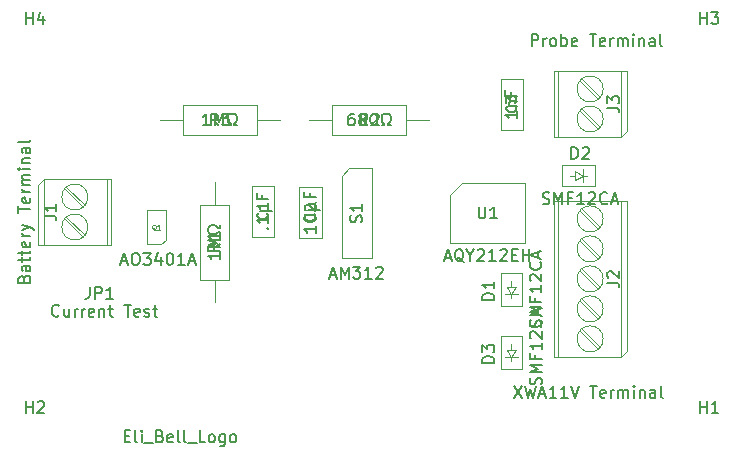
<source format=gbr>
%TF.GenerationSoftware,KiCad,Pcbnew,9.0.1+1*%
%TF.CreationDate,2025-12-31T20:00:15+00:00*%
%TF.ProjectId,WALKIN_PIR_IF,57414c4b-494e-45f5-9049-525f49462e6b,A*%
%TF.SameCoordinates,Original*%
%TF.FileFunction,AssemblyDrawing,Top*%
%FSLAX46Y46*%
G04 Gerber Fmt 4.6, Leading zero omitted, Abs format (unit mm)*
G04 Created by KiCad (PCBNEW 9.0.1+1) date 2025-12-31 20:00:15*
%MOMM*%
%LPD*%
G01*
G04 APERTURE LIST*
%ADD10C,0.150000*%
%ADD11C,0.129000*%
%ADD12C,0.060000*%
%ADD13C,0.100000*%
G04 APERTURE END LIST*
D10*
X167034285Y-112055920D02*
X167700951Y-113055920D01*
X167700951Y-112055920D02*
X167034285Y-113055920D01*
X167986666Y-112055920D02*
X168224761Y-113055920D01*
X168224761Y-113055920D02*
X168415237Y-112341634D01*
X168415237Y-112341634D02*
X168605713Y-113055920D01*
X168605713Y-113055920D02*
X168843809Y-112055920D01*
X169177142Y-112770205D02*
X169653332Y-112770205D01*
X169081904Y-113055920D02*
X169415237Y-112055920D01*
X169415237Y-112055920D02*
X169748570Y-113055920D01*
X170605713Y-113055920D02*
X170034285Y-113055920D01*
X170319999Y-113055920D02*
X170319999Y-112055920D01*
X170319999Y-112055920D02*
X170224761Y-112198777D01*
X170224761Y-112198777D02*
X170129523Y-112294015D01*
X170129523Y-112294015D02*
X170034285Y-112341634D01*
X171558094Y-113055920D02*
X170986666Y-113055920D01*
X171272380Y-113055920D02*
X171272380Y-112055920D01*
X171272380Y-112055920D02*
X171177142Y-112198777D01*
X171177142Y-112198777D02*
X171081904Y-112294015D01*
X171081904Y-112294015D02*
X170986666Y-112341634D01*
X171843809Y-112055920D02*
X172177142Y-113055920D01*
X172177142Y-113055920D02*
X172510475Y-112055920D01*
X173462857Y-112055920D02*
X174034285Y-112055920D01*
X173748571Y-113055920D02*
X173748571Y-112055920D01*
X174748571Y-113008301D02*
X174653333Y-113055920D01*
X174653333Y-113055920D02*
X174462857Y-113055920D01*
X174462857Y-113055920D02*
X174367619Y-113008301D01*
X174367619Y-113008301D02*
X174320000Y-112913062D01*
X174320000Y-112913062D02*
X174320000Y-112532110D01*
X174320000Y-112532110D02*
X174367619Y-112436872D01*
X174367619Y-112436872D02*
X174462857Y-112389253D01*
X174462857Y-112389253D02*
X174653333Y-112389253D01*
X174653333Y-112389253D02*
X174748571Y-112436872D01*
X174748571Y-112436872D02*
X174796190Y-112532110D01*
X174796190Y-112532110D02*
X174796190Y-112627348D01*
X174796190Y-112627348D02*
X174320000Y-112722586D01*
X175224762Y-113055920D02*
X175224762Y-112389253D01*
X175224762Y-112579729D02*
X175272381Y-112484491D01*
X175272381Y-112484491D02*
X175320000Y-112436872D01*
X175320000Y-112436872D02*
X175415238Y-112389253D01*
X175415238Y-112389253D02*
X175510476Y-112389253D01*
X175843810Y-113055920D02*
X175843810Y-112389253D01*
X175843810Y-112484491D02*
X175891429Y-112436872D01*
X175891429Y-112436872D02*
X175986667Y-112389253D01*
X175986667Y-112389253D02*
X176129524Y-112389253D01*
X176129524Y-112389253D02*
X176224762Y-112436872D01*
X176224762Y-112436872D02*
X176272381Y-112532110D01*
X176272381Y-112532110D02*
X176272381Y-113055920D01*
X176272381Y-112532110D02*
X176320000Y-112436872D01*
X176320000Y-112436872D02*
X176415238Y-112389253D01*
X176415238Y-112389253D02*
X176558095Y-112389253D01*
X176558095Y-112389253D02*
X176653334Y-112436872D01*
X176653334Y-112436872D02*
X176700953Y-112532110D01*
X176700953Y-112532110D02*
X176700953Y-113055920D01*
X177177143Y-113055920D02*
X177177143Y-112389253D01*
X177177143Y-112055920D02*
X177129524Y-112103539D01*
X177129524Y-112103539D02*
X177177143Y-112151158D01*
X177177143Y-112151158D02*
X177224762Y-112103539D01*
X177224762Y-112103539D02*
X177177143Y-112055920D01*
X177177143Y-112055920D02*
X177177143Y-112151158D01*
X177653333Y-112389253D02*
X177653333Y-113055920D01*
X177653333Y-112484491D02*
X177700952Y-112436872D01*
X177700952Y-112436872D02*
X177796190Y-112389253D01*
X177796190Y-112389253D02*
X177939047Y-112389253D01*
X177939047Y-112389253D02*
X178034285Y-112436872D01*
X178034285Y-112436872D02*
X178081904Y-112532110D01*
X178081904Y-112532110D02*
X178081904Y-113055920D01*
X178986666Y-113055920D02*
X178986666Y-112532110D01*
X178986666Y-112532110D02*
X178939047Y-112436872D01*
X178939047Y-112436872D02*
X178843809Y-112389253D01*
X178843809Y-112389253D02*
X178653333Y-112389253D01*
X178653333Y-112389253D02*
X178558095Y-112436872D01*
X178986666Y-113008301D02*
X178891428Y-113055920D01*
X178891428Y-113055920D02*
X178653333Y-113055920D01*
X178653333Y-113055920D02*
X178558095Y-113008301D01*
X178558095Y-113008301D02*
X178510476Y-112913062D01*
X178510476Y-112913062D02*
X178510476Y-112817824D01*
X178510476Y-112817824D02*
X178558095Y-112722586D01*
X178558095Y-112722586D02*
X178653333Y-112674967D01*
X178653333Y-112674967D02*
X178891428Y-112674967D01*
X178891428Y-112674967D02*
X178986666Y-112627348D01*
X179605714Y-113055920D02*
X179510476Y-113008301D01*
X179510476Y-113008301D02*
X179462857Y-112913062D01*
X179462857Y-112913062D02*
X179462857Y-112055920D01*
X174922319Y-103324434D02*
X175636604Y-103324434D01*
X175636604Y-103324434D02*
X175779461Y-103372053D01*
X175779461Y-103372053D02*
X175874700Y-103467291D01*
X175874700Y-103467291D02*
X175922319Y-103610148D01*
X175922319Y-103610148D02*
X175922319Y-103705386D01*
X175017557Y-102895862D02*
X174969938Y-102848243D01*
X174969938Y-102848243D02*
X174922319Y-102753005D01*
X174922319Y-102753005D02*
X174922319Y-102514910D01*
X174922319Y-102514910D02*
X174969938Y-102419672D01*
X174969938Y-102419672D02*
X175017557Y-102372053D01*
X175017557Y-102372053D02*
X175112795Y-102324434D01*
X175112795Y-102324434D02*
X175208033Y-102324434D01*
X175208033Y-102324434D02*
X175350890Y-102372053D01*
X175350890Y-102372053D02*
X175922319Y-102943481D01*
X175922319Y-102943481D02*
X175922319Y-102324434D01*
X134064279Y-116302703D02*
X134397612Y-116302703D01*
X134540469Y-116826513D02*
X134064279Y-116826513D01*
X134064279Y-116826513D02*
X134064279Y-115826513D01*
X134064279Y-115826513D02*
X134540469Y-115826513D01*
X135111898Y-116826513D02*
X135016660Y-116778894D01*
X135016660Y-116778894D02*
X134969041Y-116683655D01*
X134969041Y-116683655D02*
X134969041Y-115826513D01*
X135492851Y-116826513D02*
X135492851Y-116159846D01*
X135492851Y-115826513D02*
X135445232Y-115874132D01*
X135445232Y-115874132D02*
X135492851Y-115921751D01*
X135492851Y-115921751D02*
X135540470Y-115874132D01*
X135540470Y-115874132D02*
X135492851Y-115826513D01*
X135492851Y-115826513D02*
X135492851Y-115921751D01*
X135730946Y-116921751D02*
X136492850Y-116921751D01*
X137064279Y-116302703D02*
X137207136Y-116350322D01*
X137207136Y-116350322D02*
X137254755Y-116397941D01*
X137254755Y-116397941D02*
X137302374Y-116493179D01*
X137302374Y-116493179D02*
X137302374Y-116636036D01*
X137302374Y-116636036D02*
X137254755Y-116731274D01*
X137254755Y-116731274D02*
X137207136Y-116778894D01*
X137207136Y-116778894D02*
X137111898Y-116826513D01*
X137111898Y-116826513D02*
X136730946Y-116826513D01*
X136730946Y-116826513D02*
X136730946Y-115826513D01*
X136730946Y-115826513D02*
X137064279Y-115826513D01*
X137064279Y-115826513D02*
X137159517Y-115874132D01*
X137159517Y-115874132D02*
X137207136Y-115921751D01*
X137207136Y-115921751D02*
X137254755Y-116016989D01*
X137254755Y-116016989D02*
X137254755Y-116112227D01*
X137254755Y-116112227D02*
X137207136Y-116207465D01*
X137207136Y-116207465D02*
X137159517Y-116255084D01*
X137159517Y-116255084D02*
X137064279Y-116302703D01*
X137064279Y-116302703D02*
X136730946Y-116302703D01*
X138111898Y-116778894D02*
X138016660Y-116826513D01*
X138016660Y-116826513D02*
X137826184Y-116826513D01*
X137826184Y-116826513D02*
X137730946Y-116778894D01*
X137730946Y-116778894D02*
X137683327Y-116683655D01*
X137683327Y-116683655D02*
X137683327Y-116302703D01*
X137683327Y-116302703D02*
X137730946Y-116207465D01*
X137730946Y-116207465D02*
X137826184Y-116159846D01*
X137826184Y-116159846D02*
X138016660Y-116159846D01*
X138016660Y-116159846D02*
X138111898Y-116207465D01*
X138111898Y-116207465D02*
X138159517Y-116302703D01*
X138159517Y-116302703D02*
X138159517Y-116397941D01*
X138159517Y-116397941D02*
X137683327Y-116493179D01*
X138730946Y-116826513D02*
X138635708Y-116778894D01*
X138635708Y-116778894D02*
X138588089Y-116683655D01*
X138588089Y-116683655D02*
X138588089Y-115826513D01*
X139254756Y-116826513D02*
X139159518Y-116778894D01*
X139159518Y-116778894D02*
X139111899Y-116683655D01*
X139111899Y-116683655D02*
X139111899Y-115826513D01*
X139397614Y-116921751D02*
X140159518Y-116921751D01*
X140873804Y-116826513D02*
X140397614Y-116826513D01*
X140397614Y-116826513D02*
X140397614Y-115826513D01*
X141349995Y-116826513D02*
X141254757Y-116778894D01*
X141254757Y-116778894D02*
X141207138Y-116731274D01*
X141207138Y-116731274D02*
X141159519Y-116636036D01*
X141159519Y-116636036D02*
X141159519Y-116350322D01*
X141159519Y-116350322D02*
X141207138Y-116255084D01*
X141207138Y-116255084D02*
X141254757Y-116207465D01*
X141254757Y-116207465D02*
X141349995Y-116159846D01*
X141349995Y-116159846D02*
X141492852Y-116159846D01*
X141492852Y-116159846D02*
X141588090Y-116207465D01*
X141588090Y-116207465D02*
X141635709Y-116255084D01*
X141635709Y-116255084D02*
X141683328Y-116350322D01*
X141683328Y-116350322D02*
X141683328Y-116636036D01*
X141683328Y-116636036D02*
X141635709Y-116731274D01*
X141635709Y-116731274D02*
X141588090Y-116778894D01*
X141588090Y-116778894D02*
X141492852Y-116826513D01*
X141492852Y-116826513D02*
X141349995Y-116826513D01*
X142540471Y-116159846D02*
X142540471Y-116969370D01*
X142540471Y-116969370D02*
X142492852Y-117064608D01*
X142492852Y-117064608D02*
X142445233Y-117112227D01*
X142445233Y-117112227D02*
X142349995Y-117159846D01*
X142349995Y-117159846D02*
X142207138Y-117159846D01*
X142207138Y-117159846D02*
X142111900Y-117112227D01*
X142540471Y-116778894D02*
X142445233Y-116826513D01*
X142445233Y-116826513D02*
X142254757Y-116826513D01*
X142254757Y-116826513D02*
X142159519Y-116778894D01*
X142159519Y-116778894D02*
X142111900Y-116731274D01*
X142111900Y-116731274D02*
X142064281Y-116636036D01*
X142064281Y-116636036D02*
X142064281Y-116350322D01*
X142064281Y-116350322D02*
X142111900Y-116255084D01*
X142111900Y-116255084D02*
X142159519Y-116207465D01*
X142159519Y-116207465D02*
X142254757Y-116159846D01*
X142254757Y-116159846D02*
X142445233Y-116159846D01*
X142445233Y-116159846D02*
X142540471Y-116207465D01*
X143159519Y-116826513D02*
X143064281Y-116778894D01*
X143064281Y-116778894D02*
X143016662Y-116731274D01*
X143016662Y-116731274D02*
X142969043Y-116636036D01*
X142969043Y-116636036D02*
X142969043Y-116350322D01*
X142969043Y-116350322D02*
X143016662Y-116255084D01*
X143016662Y-116255084D02*
X143064281Y-116207465D01*
X143064281Y-116207465D02*
X143159519Y-116159846D01*
X143159519Y-116159846D02*
X143302376Y-116159846D01*
X143302376Y-116159846D02*
X143397614Y-116207465D01*
X143397614Y-116207465D02*
X143445233Y-116255084D01*
X143445233Y-116255084D02*
X143492852Y-116350322D01*
X143492852Y-116350322D02*
X143492852Y-116636036D01*
X143492852Y-116636036D02*
X143445233Y-116731274D01*
X143445233Y-116731274D02*
X143397614Y-116778894D01*
X143397614Y-116778894D02*
X143302376Y-116826513D01*
X143302376Y-116826513D02*
X143159519Y-116826513D01*
X146129580Y-98709671D02*
X146177200Y-98662052D01*
X146177200Y-98662052D02*
X146224819Y-98709671D01*
X146224819Y-98709671D02*
X146177200Y-98757290D01*
X146177200Y-98757290D02*
X146129580Y-98709671D01*
X146129580Y-98709671D02*
X146224819Y-98709671D01*
X146224819Y-97709672D02*
X146224819Y-98281100D01*
X146224819Y-97995386D02*
X145224819Y-97995386D01*
X145224819Y-97995386D02*
X145367676Y-98090624D01*
X145367676Y-98090624D02*
X145462914Y-98185862D01*
X145462914Y-98185862D02*
X145510533Y-98281100D01*
X145558152Y-97281100D02*
X146558152Y-97281100D01*
X146081961Y-96804910D02*
X146177200Y-96757291D01*
X146177200Y-96757291D02*
X146224819Y-96662053D01*
X146081961Y-97281100D02*
X146177200Y-97233481D01*
X146177200Y-97233481D02*
X146224819Y-97138243D01*
X146224819Y-97138243D02*
X146224819Y-96947767D01*
X146224819Y-96947767D02*
X146177200Y-96852529D01*
X146177200Y-96852529D02*
X146081961Y-96804910D01*
X146081961Y-96804910D02*
X145558152Y-96804910D01*
X145701009Y-95900148D02*
X145701009Y-96233481D01*
X146224819Y-96233481D02*
X145224819Y-96233481D01*
X145224819Y-96233481D02*
X145224819Y-95757291D01*
D11*
X146079240Y-97424434D02*
X146120193Y-97465386D01*
X146120193Y-97465386D02*
X146161145Y-97588244D01*
X146161145Y-97588244D02*
X146161145Y-97670148D01*
X146161145Y-97670148D02*
X146120193Y-97793005D01*
X146120193Y-97793005D02*
X146038288Y-97874910D01*
X146038288Y-97874910D02*
X145956383Y-97915863D01*
X145956383Y-97915863D02*
X145792573Y-97956815D01*
X145792573Y-97956815D02*
X145669716Y-97956815D01*
X145669716Y-97956815D02*
X145505907Y-97915863D01*
X145505907Y-97915863D02*
X145424002Y-97874910D01*
X145424002Y-97874910D02*
X145342097Y-97793005D01*
X145342097Y-97793005D02*
X145301145Y-97670148D01*
X145301145Y-97670148D02*
X145301145Y-97588244D01*
X145301145Y-97588244D02*
X145342097Y-97465386D01*
X145342097Y-97465386D02*
X145383050Y-97424434D01*
X146161145Y-96605386D02*
X146161145Y-97096815D01*
X146161145Y-96851101D02*
X145301145Y-96851101D01*
X145301145Y-96851101D02*
X145424002Y-96933005D01*
X145424002Y-96933005D02*
X145505907Y-97014910D01*
X145505907Y-97014910D02*
X145546859Y-97096815D01*
D10*
X150244819Y-98523958D02*
X150244819Y-99095386D01*
X150244819Y-98809672D02*
X149244819Y-98809672D01*
X149244819Y-98809672D02*
X149387676Y-98904910D01*
X149387676Y-98904910D02*
X149482914Y-99000148D01*
X149482914Y-99000148D02*
X149530533Y-99095386D01*
X149244819Y-97904910D02*
X149244819Y-97809672D01*
X149244819Y-97809672D02*
X149292438Y-97714434D01*
X149292438Y-97714434D02*
X149340057Y-97666815D01*
X149340057Y-97666815D02*
X149435295Y-97619196D01*
X149435295Y-97619196D02*
X149625771Y-97571577D01*
X149625771Y-97571577D02*
X149863866Y-97571577D01*
X149863866Y-97571577D02*
X150054342Y-97619196D01*
X150054342Y-97619196D02*
X150149580Y-97666815D01*
X150149580Y-97666815D02*
X150197200Y-97714434D01*
X150197200Y-97714434D02*
X150244819Y-97809672D01*
X150244819Y-97809672D02*
X150244819Y-97904910D01*
X150244819Y-97904910D02*
X150197200Y-98000148D01*
X150197200Y-98000148D02*
X150149580Y-98047767D01*
X150149580Y-98047767D02*
X150054342Y-98095386D01*
X150054342Y-98095386D02*
X149863866Y-98143005D01*
X149863866Y-98143005D02*
X149625771Y-98143005D01*
X149625771Y-98143005D02*
X149435295Y-98095386D01*
X149435295Y-98095386D02*
X149340057Y-98047767D01*
X149340057Y-98047767D02*
X149292438Y-98000148D01*
X149292438Y-98000148D02*
X149244819Y-97904910D01*
X149578152Y-97143005D02*
X150578152Y-97143005D01*
X150101961Y-96666815D02*
X150197200Y-96619196D01*
X150197200Y-96619196D02*
X150244819Y-96523958D01*
X150101961Y-97143005D02*
X150197200Y-97095386D01*
X150197200Y-97095386D02*
X150244819Y-97000148D01*
X150244819Y-97000148D02*
X150244819Y-96809672D01*
X150244819Y-96809672D02*
X150197200Y-96714434D01*
X150197200Y-96714434D02*
X150101961Y-96666815D01*
X150101961Y-96666815D02*
X149578152Y-96666815D01*
X149721009Y-95762053D02*
X149721009Y-96095386D01*
X150244819Y-96095386D02*
X149244819Y-96095386D01*
X149244819Y-96095386D02*
X149244819Y-95619196D01*
D11*
X150099240Y-97524434D02*
X150140193Y-97565386D01*
X150140193Y-97565386D02*
X150181145Y-97688244D01*
X150181145Y-97688244D02*
X150181145Y-97770148D01*
X150181145Y-97770148D02*
X150140193Y-97893005D01*
X150140193Y-97893005D02*
X150058288Y-97974910D01*
X150058288Y-97974910D02*
X149976383Y-98015863D01*
X149976383Y-98015863D02*
X149812573Y-98056815D01*
X149812573Y-98056815D02*
X149689716Y-98056815D01*
X149689716Y-98056815D02*
X149525907Y-98015863D01*
X149525907Y-98015863D02*
X149444002Y-97974910D01*
X149444002Y-97974910D02*
X149362097Y-97893005D01*
X149362097Y-97893005D02*
X149321145Y-97770148D01*
X149321145Y-97770148D02*
X149321145Y-97688244D01*
X149321145Y-97688244D02*
X149362097Y-97565386D01*
X149362097Y-97565386D02*
X149403050Y-97524434D01*
X149403050Y-97196815D02*
X149362097Y-97155863D01*
X149362097Y-97155863D02*
X149321145Y-97073958D01*
X149321145Y-97073958D02*
X149321145Y-96869196D01*
X149321145Y-96869196D02*
X149362097Y-96787291D01*
X149362097Y-96787291D02*
X149403050Y-96746339D01*
X149403050Y-96746339D02*
X149484954Y-96705386D01*
X149484954Y-96705386D02*
X149566859Y-96705386D01*
X149566859Y-96705386D02*
X149689716Y-96746339D01*
X149689716Y-96746339D02*
X150181145Y-97237767D01*
X150181145Y-97237767D02*
X150181145Y-96705386D01*
D10*
X161184762Y-101185205D02*
X161660952Y-101185205D01*
X161089524Y-101470920D02*
X161422857Y-100470920D01*
X161422857Y-100470920D02*
X161756190Y-101470920D01*
X162756190Y-101566158D02*
X162660952Y-101518539D01*
X162660952Y-101518539D02*
X162565714Y-101423301D01*
X162565714Y-101423301D02*
X162422857Y-101280443D01*
X162422857Y-101280443D02*
X162327619Y-101232824D01*
X162327619Y-101232824D02*
X162232381Y-101232824D01*
X162280000Y-101470920D02*
X162184762Y-101423301D01*
X162184762Y-101423301D02*
X162089524Y-101328062D01*
X162089524Y-101328062D02*
X162041905Y-101137586D01*
X162041905Y-101137586D02*
X162041905Y-100804253D01*
X162041905Y-100804253D02*
X162089524Y-100613777D01*
X162089524Y-100613777D02*
X162184762Y-100518539D01*
X162184762Y-100518539D02*
X162280000Y-100470920D01*
X162280000Y-100470920D02*
X162470476Y-100470920D01*
X162470476Y-100470920D02*
X162565714Y-100518539D01*
X162565714Y-100518539D02*
X162660952Y-100613777D01*
X162660952Y-100613777D02*
X162708571Y-100804253D01*
X162708571Y-100804253D02*
X162708571Y-101137586D01*
X162708571Y-101137586D02*
X162660952Y-101328062D01*
X162660952Y-101328062D02*
X162565714Y-101423301D01*
X162565714Y-101423301D02*
X162470476Y-101470920D01*
X162470476Y-101470920D02*
X162280000Y-101470920D01*
X163327619Y-100994729D02*
X163327619Y-101470920D01*
X162994286Y-100470920D02*
X163327619Y-100994729D01*
X163327619Y-100994729D02*
X163660952Y-100470920D01*
X163946667Y-100566158D02*
X163994286Y-100518539D01*
X163994286Y-100518539D02*
X164089524Y-100470920D01*
X164089524Y-100470920D02*
X164327619Y-100470920D01*
X164327619Y-100470920D02*
X164422857Y-100518539D01*
X164422857Y-100518539D02*
X164470476Y-100566158D01*
X164470476Y-100566158D02*
X164518095Y-100661396D01*
X164518095Y-100661396D02*
X164518095Y-100756634D01*
X164518095Y-100756634D02*
X164470476Y-100899491D01*
X164470476Y-100899491D02*
X163899048Y-101470920D01*
X163899048Y-101470920D02*
X164518095Y-101470920D01*
X165470476Y-101470920D02*
X164899048Y-101470920D01*
X165184762Y-101470920D02*
X165184762Y-100470920D01*
X165184762Y-100470920D02*
X165089524Y-100613777D01*
X165089524Y-100613777D02*
X164994286Y-100709015D01*
X164994286Y-100709015D02*
X164899048Y-100756634D01*
X165851429Y-100566158D02*
X165899048Y-100518539D01*
X165899048Y-100518539D02*
X165994286Y-100470920D01*
X165994286Y-100470920D02*
X166232381Y-100470920D01*
X166232381Y-100470920D02*
X166327619Y-100518539D01*
X166327619Y-100518539D02*
X166375238Y-100566158D01*
X166375238Y-100566158D02*
X166422857Y-100661396D01*
X166422857Y-100661396D02*
X166422857Y-100756634D01*
X166422857Y-100756634D02*
X166375238Y-100899491D01*
X166375238Y-100899491D02*
X165803810Y-101470920D01*
X165803810Y-101470920D02*
X166422857Y-101470920D01*
X166851429Y-100947110D02*
X167184762Y-100947110D01*
X167327619Y-101470920D02*
X166851429Y-101470920D01*
X166851429Y-101470920D02*
X166851429Y-100470920D01*
X166851429Y-100470920D02*
X167327619Y-100470920D01*
X167756191Y-101470920D02*
X167756191Y-100470920D01*
X167756191Y-100947110D02*
X168327619Y-100947110D01*
X168327619Y-101470920D02*
X168327619Y-100470920D01*
X164018095Y-96870920D02*
X164018095Y-97680443D01*
X164018095Y-97680443D02*
X164065714Y-97775681D01*
X164065714Y-97775681D02*
X164113333Y-97823301D01*
X164113333Y-97823301D02*
X164208571Y-97870920D01*
X164208571Y-97870920D02*
X164399047Y-97870920D01*
X164399047Y-97870920D02*
X164494285Y-97823301D01*
X164494285Y-97823301D02*
X164541904Y-97775681D01*
X164541904Y-97775681D02*
X164589523Y-97680443D01*
X164589523Y-97680443D02*
X164589523Y-96870920D01*
X165589523Y-97870920D02*
X165018095Y-97870920D01*
X165303809Y-97870920D02*
X165303809Y-96870920D01*
X165303809Y-96870920D02*
X165208571Y-97013777D01*
X165208571Y-97013777D02*
X165113333Y-97109015D01*
X165113333Y-97109015D02*
X165018095Y-97156634D01*
X133794762Y-101520205D02*
X134270952Y-101520205D01*
X133699524Y-101805920D02*
X134032857Y-100805920D01*
X134032857Y-100805920D02*
X134366190Y-101805920D01*
X134890000Y-100805920D02*
X135080476Y-100805920D01*
X135080476Y-100805920D02*
X135175714Y-100853539D01*
X135175714Y-100853539D02*
X135270952Y-100948777D01*
X135270952Y-100948777D02*
X135318571Y-101139253D01*
X135318571Y-101139253D02*
X135318571Y-101472586D01*
X135318571Y-101472586D02*
X135270952Y-101663062D01*
X135270952Y-101663062D02*
X135175714Y-101758301D01*
X135175714Y-101758301D02*
X135080476Y-101805920D01*
X135080476Y-101805920D02*
X134890000Y-101805920D01*
X134890000Y-101805920D02*
X134794762Y-101758301D01*
X134794762Y-101758301D02*
X134699524Y-101663062D01*
X134699524Y-101663062D02*
X134651905Y-101472586D01*
X134651905Y-101472586D02*
X134651905Y-101139253D01*
X134651905Y-101139253D02*
X134699524Y-100948777D01*
X134699524Y-100948777D02*
X134794762Y-100853539D01*
X134794762Y-100853539D02*
X134890000Y-100805920D01*
X135651905Y-100805920D02*
X136270952Y-100805920D01*
X136270952Y-100805920D02*
X135937619Y-101186872D01*
X135937619Y-101186872D02*
X136080476Y-101186872D01*
X136080476Y-101186872D02*
X136175714Y-101234491D01*
X136175714Y-101234491D02*
X136223333Y-101282110D01*
X136223333Y-101282110D02*
X136270952Y-101377348D01*
X136270952Y-101377348D02*
X136270952Y-101615443D01*
X136270952Y-101615443D02*
X136223333Y-101710681D01*
X136223333Y-101710681D02*
X136175714Y-101758301D01*
X136175714Y-101758301D02*
X136080476Y-101805920D01*
X136080476Y-101805920D02*
X135794762Y-101805920D01*
X135794762Y-101805920D02*
X135699524Y-101758301D01*
X135699524Y-101758301D02*
X135651905Y-101710681D01*
X137128095Y-101139253D02*
X137128095Y-101805920D01*
X136890000Y-100758301D02*
X136651905Y-101472586D01*
X136651905Y-101472586D02*
X137270952Y-101472586D01*
X137842381Y-100805920D02*
X137937619Y-100805920D01*
X137937619Y-100805920D02*
X138032857Y-100853539D01*
X138032857Y-100853539D02*
X138080476Y-100901158D01*
X138080476Y-100901158D02*
X138128095Y-100996396D01*
X138128095Y-100996396D02*
X138175714Y-101186872D01*
X138175714Y-101186872D02*
X138175714Y-101424967D01*
X138175714Y-101424967D02*
X138128095Y-101615443D01*
X138128095Y-101615443D02*
X138080476Y-101710681D01*
X138080476Y-101710681D02*
X138032857Y-101758301D01*
X138032857Y-101758301D02*
X137937619Y-101805920D01*
X137937619Y-101805920D02*
X137842381Y-101805920D01*
X137842381Y-101805920D02*
X137747143Y-101758301D01*
X137747143Y-101758301D02*
X137699524Y-101710681D01*
X137699524Y-101710681D02*
X137651905Y-101615443D01*
X137651905Y-101615443D02*
X137604286Y-101424967D01*
X137604286Y-101424967D02*
X137604286Y-101186872D01*
X137604286Y-101186872D02*
X137651905Y-100996396D01*
X137651905Y-100996396D02*
X137699524Y-100901158D01*
X137699524Y-100901158D02*
X137747143Y-100853539D01*
X137747143Y-100853539D02*
X137842381Y-100805920D01*
X139128095Y-101805920D02*
X138556667Y-101805920D01*
X138842381Y-101805920D02*
X138842381Y-100805920D01*
X138842381Y-100805920D02*
X138747143Y-100948777D01*
X138747143Y-100948777D02*
X138651905Y-101044015D01*
X138651905Y-101044015D02*
X138556667Y-101091634D01*
X139509048Y-101520205D02*
X139985238Y-101520205D01*
X139413810Y-101805920D02*
X139747143Y-100805920D01*
X139747143Y-100805920D02*
X140080476Y-101805920D01*
D12*
X136694404Y-98851123D02*
X136656309Y-98832076D01*
X136656309Y-98832076D02*
X136618214Y-98793981D01*
X136618214Y-98793981D02*
X136561071Y-98736838D01*
X136561071Y-98736838D02*
X136522976Y-98717790D01*
X136522976Y-98717790D02*
X136484880Y-98717790D01*
X136503928Y-98813028D02*
X136465833Y-98793981D01*
X136465833Y-98793981D02*
X136427738Y-98755885D01*
X136427738Y-98755885D02*
X136408690Y-98679695D01*
X136408690Y-98679695D02*
X136408690Y-98546361D01*
X136408690Y-98546361D02*
X136427738Y-98470171D01*
X136427738Y-98470171D02*
X136465833Y-98432076D01*
X136465833Y-98432076D02*
X136503928Y-98413028D01*
X136503928Y-98413028D02*
X136580119Y-98413028D01*
X136580119Y-98413028D02*
X136618214Y-98432076D01*
X136618214Y-98432076D02*
X136656309Y-98470171D01*
X136656309Y-98470171D02*
X136675357Y-98546361D01*
X136675357Y-98546361D02*
X136675357Y-98679695D01*
X136675357Y-98679695D02*
X136656309Y-98755885D01*
X136656309Y-98755885D02*
X136618214Y-98793981D01*
X136618214Y-98793981D02*
X136580119Y-98813028D01*
X136580119Y-98813028D02*
X136503928Y-98813028D01*
X137056309Y-98813028D02*
X136827738Y-98813028D01*
X136942024Y-98813028D02*
X136942024Y-98413028D01*
X136942024Y-98413028D02*
X136903928Y-98470171D01*
X136903928Y-98470171D02*
X136865833Y-98508266D01*
X136865833Y-98508266D02*
X136827738Y-98527314D01*
D10*
X169317200Y-111917767D02*
X169364819Y-111774910D01*
X169364819Y-111774910D02*
X169364819Y-111536815D01*
X169364819Y-111536815D02*
X169317200Y-111441577D01*
X169317200Y-111441577D02*
X169269580Y-111393958D01*
X169269580Y-111393958D02*
X169174342Y-111346339D01*
X169174342Y-111346339D02*
X169079104Y-111346339D01*
X169079104Y-111346339D02*
X168983866Y-111393958D01*
X168983866Y-111393958D02*
X168936247Y-111441577D01*
X168936247Y-111441577D02*
X168888628Y-111536815D01*
X168888628Y-111536815D02*
X168841009Y-111727291D01*
X168841009Y-111727291D02*
X168793390Y-111822529D01*
X168793390Y-111822529D02*
X168745771Y-111870148D01*
X168745771Y-111870148D02*
X168650533Y-111917767D01*
X168650533Y-111917767D02*
X168555295Y-111917767D01*
X168555295Y-111917767D02*
X168460057Y-111870148D01*
X168460057Y-111870148D02*
X168412438Y-111822529D01*
X168412438Y-111822529D02*
X168364819Y-111727291D01*
X168364819Y-111727291D02*
X168364819Y-111489196D01*
X168364819Y-111489196D02*
X168412438Y-111346339D01*
X169364819Y-110917767D02*
X168364819Y-110917767D01*
X168364819Y-110917767D02*
X169079104Y-110584434D01*
X169079104Y-110584434D02*
X168364819Y-110251101D01*
X168364819Y-110251101D02*
X169364819Y-110251101D01*
X168841009Y-109441577D02*
X168841009Y-109774910D01*
X169364819Y-109774910D02*
X168364819Y-109774910D01*
X168364819Y-109774910D02*
X168364819Y-109298720D01*
X169364819Y-108393958D02*
X169364819Y-108965386D01*
X169364819Y-108679672D02*
X168364819Y-108679672D01*
X168364819Y-108679672D02*
X168507676Y-108774910D01*
X168507676Y-108774910D02*
X168602914Y-108870148D01*
X168602914Y-108870148D02*
X168650533Y-108965386D01*
X168460057Y-108013005D02*
X168412438Y-107965386D01*
X168412438Y-107965386D02*
X168364819Y-107870148D01*
X168364819Y-107870148D02*
X168364819Y-107632053D01*
X168364819Y-107632053D02*
X168412438Y-107536815D01*
X168412438Y-107536815D02*
X168460057Y-107489196D01*
X168460057Y-107489196D02*
X168555295Y-107441577D01*
X168555295Y-107441577D02*
X168650533Y-107441577D01*
X168650533Y-107441577D02*
X168793390Y-107489196D01*
X168793390Y-107489196D02*
X169364819Y-108060624D01*
X169364819Y-108060624D02*
X169364819Y-107441577D01*
X169269580Y-106441577D02*
X169317200Y-106489196D01*
X169317200Y-106489196D02*
X169364819Y-106632053D01*
X169364819Y-106632053D02*
X169364819Y-106727291D01*
X169364819Y-106727291D02*
X169317200Y-106870148D01*
X169317200Y-106870148D02*
X169221961Y-106965386D01*
X169221961Y-106965386D02*
X169126723Y-107013005D01*
X169126723Y-107013005D02*
X168936247Y-107060624D01*
X168936247Y-107060624D02*
X168793390Y-107060624D01*
X168793390Y-107060624D02*
X168602914Y-107013005D01*
X168602914Y-107013005D02*
X168507676Y-106965386D01*
X168507676Y-106965386D02*
X168412438Y-106870148D01*
X168412438Y-106870148D02*
X168364819Y-106727291D01*
X168364819Y-106727291D02*
X168364819Y-106632053D01*
X168364819Y-106632053D02*
X168412438Y-106489196D01*
X168412438Y-106489196D02*
X168460057Y-106441577D01*
X169079104Y-106060624D02*
X169079104Y-105584434D01*
X169364819Y-106155862D02*
X168364819Y-105822529D01*
X168364819Y-105822529D02*
X169364819Y-105489196D01*
X165339819Y-110096195D02*
X164339819Y-110096195D01*
X164339819Y-110096195D02*
X164339819Y-109858100D01*
X164339819Y-109858100D02*
X164387438Y-109715243D01*
X164387438Y-109715243D02*
X164482676Y-109620005D01*
X164482676Y-109620005D02*
X164577914Y-109572386D01*
X164577914Y-109572386D02*
X164768390Y-109524767D01*
X164768390Y-109524767D02*
X164911247Y-109524767D01*
X164911247Y-109524767D02*
X165101723Y-109572386D01*
X165101723Y-109572386D02*
X165196961Y-109620005D01*
X165196961Y-109620005D02*
X165292200Y-109715243D01*
X165292200Y-109715243D02*
X165339819Y-109858100D01*
X165339819Y-109858100D02*
X165339819Y-110096195D01*
X164339819Y-109191433D02*
X164339819Y-108572386D01*
X164339819Y-108572386D02*
X164720771Y-108905719D01*
X164720771Y-108905719D02*
X164720771Y-108762862D01*
X164720771Y-108762862D02*
X164768390Y-108667624D01*
X164768390Y-108667624D02*
X164816009Y-108620005D01*
X164816009Y-108620005D02*
X164911247Y-108572386D01*
X164911247Y-108572386D02*
X165149342Y-108572386D01*
X165149342Y-108572386D02*
X165244580Y-108620005D01*
X165244580Y-108620005D02*
X165292200Y-108667624D01*
X165292200Y-108667624D02*
X165339819Y-108762862D01*
X165339819Y-108762862D02*
X165339819Y-109048576D01*
X165339819Y-109048576D02*
X165292200Y-109143814D01*
X165292200Y-109143814D02*
X165244580Y-109191433D01*
X153436666Y-89005920D02*
X153246190Y-89005920D01*
X153246190Y-89005920D02*
X153150952Y-89053539D01*
X153150952Y-89053539D02*
X153103333Y-89101158D01*
X153103333Y-89101158D02*
X153008095Y-89244015D01*
X153008095Y-89244015D02*
X152960476Y-89434491D01*
X152960476Y-89434491D02*
X152960476Y-89815443D01*
X152960476Y-89815443D02*
X153008095Y-89910681D01*
X153008095Y-89910681D02*
X153055714Y-89958301D01*
X153055714Y-89958301D02*
X153150952Y-90005920D01*
X153150952Y-90005920D02*
X153341428Y-90005920D01*
X153341428Y-90005920D02*
X153436666Y-89958301D01*
X153436666Y-89958301D02*
X153484285Y-89910681D01*
X153484285Y-89910681D02*
X153531904Y-89815443D01*
X153531904Y-89815443D02*
X153531904Y-89577348D01*
X153531904Y-89577348D02*
X153484285Y-89482110D01*
X153484285Y-89482110D02*
X153436666Y-89434491D01*
X153436666Y-89434491D02*
X153341428Y-89386872D01*
X153341428Y-89386872D02*
X153150952Y-89386872D01*
X153150952Y-89386872D02*
X153055714Y-89434491D01*
X153055714Y-89434491D02*
X153008095Y-89482110D01*
X153008095Y-89482110D02*
X152960476Y-89577348D01*
X154103333Y-89434491D02*
X154008095Y-89386872D01*
X154008095Y-89386872D02*
X153960476Y-89339253D01*
X153960476Y-89339253D02*
X153912857Y-89244015D01*
X153912857Y-89244015D02*
X153912857Y-89196396D01*
X153912857Y-89196396D02*
X153960476Y-89101158D01*
X153960476Y-89101158D02*
X154008095Y-89053539D01*
X154008095Y-89053539D02*
X154103333Y-89005920D01*
X154103333Y-89005920D02*
X154293809Y-89005920D01*
X154293809Y-89005920D02*
X154389047Y-89053539D01*
X154389047Y-89053539D02*
X154436666Y-89101158D01*
X154436666Y-89101158D02*
X154484285Y-89196396D01*
X154484285Y-89196396D02*
X154484285Y-89244015D01*
X154484285Y-89244015D02*
X154436666Y-89339253D01*
X154436666Y-89339253D02*
X154389047Y-89386872D01*
X154389047Y-89386872D02*
X154293809Y-89434491D01*
X154293809Y-89434491D02*
X154103333Y-89434491D01*
X154103333Y-89434491D02*
X154008095Y-89482110D01*
X154008095Y-89482110D02*
X153960476Y-89529729D01*
X153960476Y-89529729D02*
X153912857Y-89624967D01*
X153912857Y-89624967D02*
X153912857Y-89815443D01*
X153912857Y-89815443D02*
X153960476Y-89910681D01*
X153960476Y-89910681D02*
X154008095Y-89958301D01*
X154008095Y-89958301D02*
X154103333Y-90005920D01*
X154103333Y-90005920D02*
X154293809Y-90005920D01*
X154293809Y-90005920D02*
X154389047Y-89958301D01*
X154389047Y-89958301D02*
X154436666Y-89910681D01*
X154436666Y-89910681D02*
X154484285Y-89815443D01*
X154484285Y-89815443D02*
X154484285Y-89624967D01*
X154484285Y-89624967D02*
X154436666Y-89529729D01*
X154436666Y-89529729D02*
X154389047Y-89482110D01*
X154389047Y-89482110D02*
X154293809Y-89434491D01*
X155103333Y-89005920D02*
X155198571Y-89005920D01*
X155198571Y-89005920D02*
X155293809Y-89053539D01*
X155293809Y-89053539D02*
X155341428Y-89101158D01*
X155341428Y-89101158D02*
X155389047Y-89196396D01*
X155389047Y-89196396D02*
X155436666Y-89386872D01*
X155436666Y-89386872D02*
X155436666Y-89624967D01*
X155436666Y-89624967D02*
X155389047Y-89815443D01*
X155389047Y-89815443D02*
X155341428Y-89910681D01*
X155341428Y-89910681D02*
X155293809Y-89958301D01*
X155293809Y-89958301D02*
X155198571Y-90005920D01*
X155198571Y-90005920D02*
X155103333Y-90005920D01*
X155103333Y-90005920D02*
X155008095Y-89958301D01*
X155008095Y-89958301D02*
X154960476Y-89910681D01*
X154960476Y-89910681D02*
X154912857Y-89815443D01*
X154912857Y-89815443D02*
X154865238Y-89624967D01*
X154865238Y-89624967D02*
X154865238Y-89386872D01*
X154865238Y-89386872D02*
X154912857Y-89196396D01*
X154912857Y-89196396D02*
X154960476Y-89101158D01*
X154960476Y-89101158D02*
X155008095Y-89053539D01*
X155008095Y-89053539D02*
X155103333Y-89005920D01*
X155817619Y-90005920D02*
X156055714Y-90005920D01*
X156055714Y-90005920D02*
X156055714Y-89815443D01*
X156055714Y-89815443D02*
X155960476Y-89767824D01*
X155960476Y-89767824D02*
X155865238Y-89672586D01*
X155865238Y-89672586D02*
X155817619Y-89529729D01*
X155817619Y-89529729D02*
X155817619Y-89291634D01*
X155817619Y-89291634D02*
X155865238Y-89148777D01*
X155865238Y-89148777D02*
X155960476Y-89053539D01*
X155960476Y-89053539D02*
X156103333Y-89005920D01*
X156103333Y-89005920D02*
X156293809Y-89005920D01*
X156293809Y-89005920D02*
X156436666Y-89053539D01*
X156436666Y-89053539D02*
X156531904Y-89148777D01*
X156531904Y-89148777D02*
X156579523Y-89291634D01*
X156579523Y-89291634D02*
X156579523Y-89529729D01*
X156579523Y-89529729D02*
X156531904Y-89672586D01*
X156531904Y-89672586D02*
X156436666Y-89767824D01*
X156436666Y-89767824D02*
X156341428Y-89815443D01*
X156341428Y-89815443D02*
X156341428Y-90005920D01*
X156341428Y-90005920D02*
X156579523Y-90005920D01*
X154603333Y-90005920D02*
X154270000Y-89529729D01*
X154031905Y-90005920D02*
X154031905Y-89005920D01*
X154031905Y-89005920D02*
X154412857Y-89005920D01*
X154412857Y-89005920D02*
X154508095Y-89053539D01*
X154508095Y-89053539D02*
X154555714Y-89101158D01*
X154555714Y-89101158D02*
X154603333Y-89196396D01*
X154603333Y-89196396D02*
X154603333Y-89339253D01*
X154603333Y-89339253D02*
X154555714Y-89434491D01*
X154555714Y-89434491D02*
X154508095Y-89482110D01*
X154508095Y-89482110D02*
X154412857Y-89529729D01*
X154412857Y-89529729D02*
X154031905Y-89529729D01*
X154984286Y-89101158D02*
X155031905Y-89053539D01*
X155031905Y-89053539D02*
X155127143Y-89005920D01*
X155127143Y-89005920D02*
X155365238Y-89005920D01*
X155365238Y-89005920D02*
X155460476Y-89053539D01*
X155460476Y-89053539D02*
X155508095Y-89101158D01*
X155508095Y-89101158D02*
X155555714Y-89196396D01*
X155555714Y-89196396D02*
X155555714Y-89291634D01*
X155555714Y-89291634D02*
X155508095Y-89434491D01*
X155508095Y-89434491D02*
X154936667Y-90005920D01*
X154936667Y-90005920D02*
X155555714Y-90005920D01*
X125541009Y-102973959D02*
X125588628Y-102831102D01*
X125588628Y-102831102D02*
X125636247Y-102783483D01*
X125636247Y-102783483D02*
X125731485Y-102735864D01*
X125731485Y-102735864D02*
X125874342Y-102735864D01*
X125874342Y-102735864D02*
X125969580Y-102783483D01*
X125969580Y-102783483D02*
X126017200Y-102831102D01*
X126017200Y-102831102D02*
X126064819Y-102926340D01*
X126064819Y-102926340D02*
X126064819Y-103307292D01*
X126064819Y-103307292D02*
X125064819Y-103307292D01*
X125064819Y-103307292D02*
X125064819Y-102973959D01*
X125064819Y-102973959D02*
X125112438Y-102878721D01*
X125112438Y-102878721D02*
X125160057Y-102831102D01*
X125160057Y-102831102D02*
X125255295Y-102783483D01*
X125255295Y-102783483D02*
X125350533Y-102783483D01*
X125350533Y-102783483D02*
X125445771Y-102831102D01*
X125445771Y-102831102D02*
X125493390Y-102878721D01*
X125493390Y-102878721D02*
X125541009Y-102973959D01*
X125541009Y-102973959D02*
X125541009Y-103307292D01*
X126064819Y-101878721D02*
X125541009Y-101878721D01*
X125541009Y-101878721D02*
X125445771Y-101926340D01*
X125445771Y-101926340D02*
X125398152Y-102021578D01*
X125398152Y-102021578D02*
X125398152Y-102212054D01*
X125398152Y-102212054D02*
X125445771Y-102307292D01*
X126017200Y-101878721D02*
X126064819Y-101973959D01*
X126064819Y-101973959D02*
X126064819Y-102212054D01*
X126064819Y-102212054D02*
X126017200Y-102307292D01*
X126017200Y-102307292D02*
X125921961Y-102354911D01*
X125921961Y-102354911D02*
X125826723Y-102354911D01*
X125826723Y-102354911D02*
X125731485Y-102307292D01*
X125731485Y-102307292D02*
X125683866Y-102212054D01*
X125683866Y-102212054D02*
X125683866Y-101973959D01*
X125683866Y-101973959D02*
X125636247Y-101878721D01*
X125398152Y-101545387D02*
X125398152Y-101164435D01*
X125064819Y-101402530D02*
X125921961Y-101402530D01*
X125921961Y-101402530D02*
X126017200Y-101354911D01*
X126017200Y-101354911D02*
X126064819Y-101259673D01*
X126064819Y-101259673D02*
X126064819Y-101164435D01*
X125398152Y-100973958D02*
X125398152Y-100593006D01*
X125064819Y-100831101D02*
X125921961Y-100831101D01*
X125921961Y-100831101D02*
X126017200Y-100783482D01*
X126017200Y-100783482D02*
X126064819Y-100688244D01*
X126064819Y-100688244D02*
X126064819Y-100593006D01*
X126017200Y-99878720D02*
X126064819Y-99973958D01*
X126064819Y-99973958D02*
X126064819Y-100164434D01*
X126064819Y-100164434D02*
X126017200Y-100259672D01*
X126017200Y-100259672D02*
X125921961Y-100307291D01*
X125921961Y-100307291D02*
X125541009Y-100307291D01*
X125541009Y-100307291D02*
X125445771Y-100259672D01*
X125445771Y-100259672D02*
X125398152Y-100164434D01*
X125398152Y-100164434D02*
X125398152Y-99973958D01*
X125398152Y-99973958D02*
X125445771Y-99878720D01*
X125445771Y-99878720D02*
X125541009Y-99831101D01*
X125541009Y-99831101D02*
X125636247Y-99831101D01*
X125636247Y-99831101D02*
X125731485Y-100307291D01*
X126064819Y-99402529D02*
X125398152Y-99402529D01*
X125588628Y-99402529D02*
X125493390Y-99354910D01*
X125493390Y-99354910D02*
X125445771Y-99307291D01*
X125445771Y-99307291D02*
X125398152Y-99212053D01*
X125398152Y-99212053D02*
X125398152Y-99116815D01*
X125398152Y-98878719D02*
X126064819Y-98640624D01*
X125398152Y-98402529D02*
X126064819Y-98640624D01*
X126064819Y-98640624D02*
X126302914Y-98735862D01*
X126302914Y-98735862D02*
X126350533Y-98783481D01*
X126350533Y-98783481D02*
X126398152Y-98878719D01*
X125064819Y-97402528D02*
X125064819Y-96831100D01*
X126064819Y-97116814D02*
X125064819Y-97116814D01*
X126017200Y-96116814D02*
X126064819Y-96212052D01*
X126064819Y-96212052D02*
X126064819Y-96402528D01*
X126064819Y-96402528D02*
X126017200Y-96497766D01*
X126017200Y-96497766D02*
X125921961Y-96545385D01*
X125921961Y-96545385D02*
X125541009Y-96545385D01*
X125541009Y-96545385D02*
X125445771Y-96497766D01*
X125445771Y-96497766D02*
X125398152Y-96402528D01*
X125398152Y-96402528D02*
X125398152Y-96212052D01*
X125398152Y-96212052D02*
X125445771Y-96116814D01*
X125445771Y-96116814D02*
X125541009Y-96069195D01*
X125541009Y-96069195D02*
X125636247Y-96069195D01*
X125636247Y-96069195D02*
X125731485Y-96545385D01*
X126064819Y-95640623D02*
X125398152Y-95640623D01*
X125588628Y-95640623D02*
X125493390Y-95593004D01*
X125493390Y-95593004D02*
X125445771Y-95545385D01*
X125445771Y-95545385D02*
X125398152Y-95450147D01*
X125398152Y-95450147D02*
X125398152Y-95354909D01*
X126064819Y-95021575D02*
X125398152Y-95021575D01*
X125493390Y-95021575D02*
X125445771Y-94973956D01*
X125445771Y-94973956D02*
X125398152Y-94878718D01*
X125398152Y-94878718D02*
X125398152Y-94735861D01*
X125398152Y-94735861D02*
X125445771Y-94640623D01*
X125445771Y-94640623D02*
X125541009Y-94593004D01*
X125541009Y-94593004D02*
X126064819Y-94593004D01*
X125541009Y-94593004D02*
X125445771Y-94545385D01*
X125445771Y-94545385D02*
X125398152Y-94450147D01*
X125398152Y-94450147D02*
X125398152Y-94307290D01*
X125398152Y-94307290D02*
X125445771Y-94212051D01*
X125445771Y-94212051D02*
X125541009Y-94164432D01*
X125541009Y-94164432D02*
X126064819Y-94164432D01*
X126064819Y-93688242D02*
X125398152Y-93688242D01*
X125064819Y-93688242D02*
X125112438Y-93735861D01*
X125112438Y-93735861D02*
X125160057Y-93688242D01*
X125160057Y-93688242D02*
X125112438Y-93640623D01*
X125112438Y-93640623D02*
X125064819Y-93688242D01*
X125064819Y-93688242D02*
X125160057Y-93688242D01*
X125398152Y-93212052D02*
X126064819Y-93212052D01*
X125493390Y-93212052D02*
X125445771Y-93164433D01*
X125445771Y-93164433D02*
X125398152Y-93069195D01*
X125398152Y-93069195D02*
X125398152Y-92926338D01*
X125398152Y-92926338D02*
X125445771Y-92831100D01*
X125445771Y-92831100D02*
X125541009Y-92783481D01*
X125541009Y-92783481D02*
X126064819Y-92783481D01*
X126064819Y-91878719D02*
X125541009Y-91878719D01*
X125541009Y-91878719D02*
X125445771Y-91926338D01*
X125445771Y-91926338D02*
X125398152Y-92021576D01*
X125398152Y-92021576D02*
X125398152Y-92212052D01*
X125398152Y-92212052D02*
X125445771Y-92307290D01*
X126017200Y-91878719D02*
X126064819Y-91973957D01*
X126064819Y-91973957D02*
X126064819Y-92212052D01*
X126064819Y-92212052D02*
X126017200Y-92307290D01*
X126017200Y-92307290D02*
X125921961Y-92354909D01*
X125921961Y-92354909D02*
X125826723Y-92354909D01*
X125826723Y-92354909D02*
X125731485Y-92307290D01*
X125731485Y-92307290D02*
X125683866Y-92212052D01*
X125683866Y-92212052D02*
X125683866Y-91973957D01*
X125683866Y-91973957D02*
X125636247Y-91878719D01*
X126064819Y-91259671D02*
X126017200Y-91354909D01*
X126017200Y-91354909D02*
X125921961Y-91402528D01*
X125921961Y-91402528D02*
X125064819Y-91402528D01*
X127284819Y-97664434D02*
X127999104Y-97664434D01*
X127999104Y-97664434D02*
X128141961Y-97712053D01*
X128141961Y-97712053D02*
X128237200Y-97807291D01*
X128237200Y-97807291D02*
X128284819Y-97950148D01*
X128284819Y-97950148D02*
X128284819Y-98045386D01*
X128284819Y-96664434D02*
X128284819Y-97235862D01*
X128284819Y-96950148D02*
X127284819Y-96950148D01*
X127284819Y-96950148D02*
X127427676Y-97045386D01*
X127427676Y-97045386D02*
X127522914Y-97140624D01*
X127522914Y-97140624D02*
X127570533Y-97235862D01*
X128490474Y-106090681D02*
X128442855Y-106138301D01*
X128442855Y-106138301D02*
X128299998Y-106185920D01*
X128299998Y-106185920D02*
X128204760Y-106185920D01*
X128204760Y-106185920D02*
X128061903Y-106138301D01*
X128061903Y-106138301D02*
X127966665Y-106043062D01*
X127966665Y-106043062D02*
X127919046Y-105947824D01*
X127919046Y-105947824D02*
X127871427Y-105757348D01*
X127871427Y-105757348D02*
X127871427Y-105614491D01*
X127871427Y-105614491D02*
X127919046Y-105424015D01*
X127919046Y-105424015D02*
X127966665Y-105328777D01*
X127966665Y-105328777D02*
X128061903Y-105233539D01*
X128061903Y-105233539D02*
X128204760Y-105185920D01*
X128204760Y-105185920D02*
X128299998Y-105185920D01*
X128299998Y-105185920D02*
X128442855Y-105233539D01*
X128442855Y-105233539D02*
X128490474Y-105281158D01*
X129347617Y-105519253D02*
X129347617Y-106185920D01*
X128919046Y-105519253D02*
X128919046Y-106043062D01*
X128919046Y-106043062D02*
X128966665Y-106138301D01*
X128966665Y-106138301D02*
X129061903Y-106185920D01*
X129061903Y-106185920D02*
X129204760Y-106185920D01*
X129204760Y-106185920D02*
X129299998Y-106138301D01*
X129299998Y-106138301D02*
X129347617Y-106090681D01*
X129823808Y-106185920D02*
X129823808Y-105519253D01*
X129823808Y-105709729D02*
X129871427Y-105614491D01*
X129871427Y-105614491D02*
X129919046Y-105566872D01*
X129919046Y-105566872D02*
X130014284Y-105519253D01*
X130014284Y-105519253D02*
X130109522Y-105519253D01*
X130442856Y-106185920D02*
X130442856Y-105519253D01*
X130442856Y-105709729D02*
X130490475Y-105614491D01*
X130490475Y-105614491D02*
X130538094Y-105566872D01*
X130538094Y-105566872D02*
X130633332Y-105519253D01*
X130633332Y-105519253D02*
X130728570Y-105519253D01*
X131442856Y-106138301D02*
X131347618Y-106185920D01*
X131347618Y-106185920D02*
X131157142Y-106185920D01*
X131157142Y-106185920D02*
X131061904Y-106138301D01*
X131061904Y-106138301D02*
X131014285Y-106043062D01*
X131014285Y-106043062D02*
X131014285Y-105662110D01*
X131014285Y-105662110D02*
X131061904Y-105566872D01*
X131061904Y-105566872D02*
X131157142Y-105519253D01*
X131157142Y-105519253D02*
X131347618Y-105519253D01*
X131347618Y-105519253D02*
X131442856Y-105566872D01*
X131442856Y-105566872D02*
X131490475Y-105662110D01*
X131490475Y-105662110D02*
X131490475Y-105757348D01*
X131490475Y-105757348D02*
X131014285Y-105852586D01*
X131919047Y-105519253D02*
X131919047Y-106185920D01*
X131919047Y-105614491D02*
X131966666Y-105566872D01*
X131966666Y-105566872D02*
X132061904Y-105519253D01*
X132061904Y-105519253D02*
X132204761Y-105519253D01*
X132204761Y-105519253D02*
X132299999Y-105566872D01*
X132299999Y-105566872D02*
X132347618Y-105662110D01*
X132347618Y-105662110D02*
X132347618Y-106185920D01*
X132680952Y-105519253D02*
X133061904Y-105519253D01*
X132823809Y-105185920D02*
X132823809Y-106043062D01*
X132823809Y-106043062D02*
X132871428Y-106138301D01*
X132871428Y-106138301D02*
X132966666Y-106185920D01*
X132966666Y-106185920D02*
X133061904Y-106185920D01*
X134014286Y-105185920D02*
X134585714Y-105185920D01*
X134300000Y-106185920D02*
X134300000Y-105185920D01*
X135300000Y-106138301D02*
X135204762Y-106185920D01*
X135204762Y-106185920D02*
X135014286Y-106185920D01*
X135014286Y-106185920D02*
X134919048Y-106138301D01*
X134919048Y-106138301D02*
X134871429Y-106043062D01*
X134871429Y-106043062D02*
X134871429Y-105662110D01*
X134871429Y-105662110D02*
X134919048Y-105566872D01*
X134919048Y-105566872D02*
X135014286Y-105519253D01*
X135014286Y-105519253D02*
X135204762Y-105519253D01*
X135204762Y-105519253D02*
X135300000Y-105566872D01*
X135300000Y-105566872D02*
X135347619Y-105662110D01*
X135347619Y-105662110D02*
X135347619Y-105757348D01*
X135347619Y-105757348D02*
X134871429Y-105852586D01*
X135728572Y-106138301D02*
X135823810Y-106185920D01*
X135823810Y-106185920D02*
X136014286Y-106185920D01*
X136014286Y-106185920D02*
X136109524Y-106138301D01*
X136109524Y-106138301D02*
X136157143Y-106043062D01*
X136157143Y-106043062D02*
X136157143Y-105995443D01*
X136157143Y-105995443D02*
X136109524Y-105900205D01*
X136109524Y-105900205D02*
X136014286Y-105852586D01*
X136014286Y-105852586D02*
X135871429Y-105852586D01*
X135871429Y-105852586D02*
X135776191Y-105804967D01*
X135776191Y-105804967D02*
X135728572Y-105709729D01*
X135728572Y-105709729D02*
X135728572Y-105662110D01*
X135728572Y-105662110D02*
X135776191Y-105566872D01*
X135776191Y-105566872D02*
X135871429Y-105519253D01*
X135871429Y-105519253D02*
X136014286Y-105519253D01*
X136014286Y-105519253D02*
X136109524Y-105566872D01*
X136442858Y-105519253D02*
X136823810Y-105519253D01*
X136585715Y-105185920D02*
X136585715Y-106043062D01*
X136585715Y-106043062D02*
X136633334Y-106138301D01*
X136633334Y-106138301D02*
X136728572Y-106185920D01*
X136728572Y-106185920D02*
X136823810Y-106185920D01*
X131086666Y-103675920D02*
X131086666Y-104390205D01*
X131086666Y-104390205D02*
X131039047Y-104533062D01*
X131039047Y-104533062D02*
X130943809Y-104628301D01*
X130943809Y-104628301D02*
X130800952Y-104675920D01*
X130800952Y-104675920D02*
X130705714Y-104675920D01*
X131562857Y-104675920D02*
X131562857Y-103675920D01*
X131562857Y-103675920D02*
X131943809Y-103675920D01*
X131943809Y-103675920D02*
X132039047Y-103723539D01*
X132039047Y-103723539D02*
X132086666Y-103771158D01*
X132086666Y-103771158D02*
X132134285Y-103866396D01*
X132134285Y-103866396D02*
X132134285Y-104009253D01*
X132134285Y-104009253D02*
X132086666Y-104104491D01*
X132086666Y-104104491D02*
X132039047Y-104152110D01*
X132039047Y-104152110D02*
X131943809Y-104199729D01*
X131943809Y-104199729D02*
X131562857Y-104199729D01*
X133086666Y-104675920D02*
X132515238Y-104675920D01*
X132800952Y-104675920D02*
X132800952Y-103675920D01*
X132800952Y-103675920D02*
X132705714Y-103818777D01*
X132705714Y-103818777D02*
X132610476Y-103914015D01*
X132610476Y-103914015D02*
X132515238Y-103961634D01*
X169297200Y-107061517D02*
X169344819Y-106918660D01*
X169344819Y-106918660D02*
X169344819Y-106680565D01*
X169344819Y-106680565D02*
X169297200Y-106585327D01*
X169297200Y-106585327D02*
X169249580Y-106537708D01*
X169249580Y-106537708D02*
X169154342Y-106490089D01*
X169154342Y-106490089D02*
X169059104Y-106490089D01*
X169059104Y-106490089D02*
X168963866Y-106537708D01*
X168963866Y-106537708D02*
X168916247Y-106585327D01*
X168916247Y-106585327D02*
X168868628Y-106680565D01*
X168868628Y-106680565D02*
X168821009Y-106871041D01*
X168821009Y-106871041D02*
X168773390Y-106966279D01*
X168773390Y-106966279D02*
X168725771Y-107013898D01*
X168725771Y-107013898D02*
X168630533Y-107061517D01*
X168630533Y-107061517D02*
X168535295Y-107061517D01*
X168535295Y-107061517D02*
X168440057Y-107013898D01*
X168440057Y-107013898D02*
X168392438Y-106966279D01*
X168392438Y-106966279D02*
X168344819Y-106871041D01*
X168344819Y-106871041D02*
X168344819Y-106632946D01*
X168344819Y-106632946D02*
X168392438Y-106490089D01*
X169344819Y-106061517D02*
X168344819Y-106061517D01*
X168344819Y-106061517D02*
X169059104Y-105728184D01*
X169059104Y-105728184D02*
X168344819Y-105394851D01*
X168344819Y-105394851D02*
X169344819Y-105394851D01*
X168821009Y-104585327D02*
X168821009Y-104918660D01*
X169344819Y-104918660D02*
X168344819Y-104918660D01*
X168344819Y-104918660D02*
X168344819Y-104442470D01*
X169344819Y-103537708D02*
X169344819Y-104109136D01*
X169344819Y-103823422D02*
X168344819Y-103823422D01*
X168344819Y-103823422D02*
X168487676Y-103918660D01*
X168487676Y-103918660D02*
X168582914Y-104013898D01*
X168582914Y-104013898D02*
X168630533Y-104109136D01*
X168440057Y-103156755D02*
X168392438Y-103109136D01*
X168392438Y-103109136D02*
X168344819Y-103013898D01*
X168344819Y-103013898D02*
X168344819Y-102775803D01*
X168344819Y-102775803D02*
X168392438Y-102680565D01*
X168392438Y-102680565D02*
X168440057Y-102632946D01*
X168440057Y-102632946D02*
X168535295Y-102585327D01*
X168535295Y-102585327D02*
X168630533Y-102585327D01*
X168630533Y-102585327D02*
X168773390Y-102632946D01*
X168773390Y-102632946D02*
X169344819Y-103204374D01*
X169344819Y-103204374D02*
X169344819Y-102585327D01*
X169249580Y-101585327D02*
X169297200Y-101632946D01*
X169297200Y-101632946D02*
X169344819Y-101775803D01*
X169344819Y-101775803D02*
X169344819Y-101871041D01*
X169344819Y-101871041D02*
X169297200Y-102013898D01*
X169297200Y-102013898D02*
X169201961Y-102109136D01*
X169201961Y-102109136D02*
X169106723Y-102156755D01*
X169106723Y-102156755D02*
X168916247Y-102204374D01*
X168916247Y-102204374D02*
X168773390Y-102204374D01*
X168773390Y-102204374D02*
X168582914Y-102156755D01*
X168582914Y-102156755D02*
X168487676Y-102109136D01*
X168487676Y-102109136D02*
X168392438Y-102013898D01*
X168392438Y-102013898D02*
X168344819Y-101871041D01*
X168344819Y-101871041D02*
X168344819Y-101775803D01*
X168344819Y-101775803D02*
X168392438Y-101632946D01*
X168392438Y-101632946D02*
X168440057Y-101585327D01*
X169059104Y-101204374D02*
X169059104Y-100728184D01*
X169344819Y-101299612D02*
X168344819Y-100966279D01*
X168344819Y-100966279D02*
X169344819Y-100632946D01*
X165339819Y-104759945D02*
X164339819Y-104759945D01*
X164339819Y-104759945D02*
X164339819Y-104521850D01*
X164339819Y-104521850D02*
X164387438Y-104378993D01*
X164387438Y-104378993D02*
X164482676Y-104283755D01*
X164482676Y-104283755D02*
X164577914Y-104236136D01*
X164577914Y-104236136D02*
X164768390Y-104188517D01*
X164768390Y-104188517D02*
X164911247Y-104188517D01*
X164911247Y-104188517D02*
X165101723Y-104236136D01*
X165101723Y-104236136D02*
X165196961Y-104283755D01*
X165196961Y-104283755D02*
X165292200Y-104378993D01*
X165292200Y-104378993D02*
X165339819Y-104521850D01*
X165339819Y-104521850D02*
X165339819Y-104759945D01*
X165339819Y-103236136D02*
X165339819Y-103807564D01*
X165339819Y-103521850D02*
X164339819Y-103521850D01*
X164339819Y-103521850D02*
X164482676Y-103617088D01*
X164482676Y-103617088D02*
X164577914Y-103712326D01*
X164577914Y-103712326D02*
X164625533Y-103807564D01*
X167294819Y-88816339D02*
X167294819Y-89387767D01*
X167294819Y-89102053D02*
X166294819Y-89102053D01*
X166294819Y-89102053D02*
X166437676Y-89197291D01*
X166437676Y-89197291D02*
X166532914Y-89292529D01*
X166532914Y-89292529D02*
X166580533Y-89387767D01*
X166628152Y-88387767D02*
X167294819Y-88387767D01*
X166723390Y-88387767D02*
X166675771Y-88340148D01*
X166675771Y-88340148D02*
X166628152Y-88244910D01*
X166628152Y-88244910D02*
X166628152Y-88102053D01*
X166628152Y-88102053D02*
X166675771Y-88006815D01*
X166675771Y-88006815D02*
X166771009Y-87959196D01*
X166771009Y-87959196D02*
X167294819Y-87959196D01*
X166771009Y-87149672D02*
X166771009Y-87483005D01*
X167294819Y-87483005D02*
X166294819Y-87483005D01*
X166294819Y-87483005D02*
X166294819Y-87006815D01*
D11*
X167149240Y-88364434D02*
X167190193Y-88405386D01*
X167190193Y-88405386D02*
X167231145Y-88528244D01*
X167231145Y-88528244D02*
X167231145Y-88610148D01*
X167231145Y-88610148D02*
X167190193Y-88733005D01*
X167190193Y-88733005D02*
X167108288Y-88814910D01*
X167108288Y-88814910D02*
X167026383Y-88855863D01*
X167026383Y-88855863D02*
X166862573Y-88896815D01*
X166862573Y-88896815D02*
X166739716Y-88896815D01*
X166739716Y-88896815D02*
X166575907Y-88855863D01*
X166575907Y-88855863D02*
X166494002Y-88814910D01*
X166494002Y-88814910D02*
X166412097Y-88733005D01*
X166412097Y-88733005D02*
X166371145Y-88610148D01*
X166371145Y-88610148D02*
X166371145Y-88528244D01*
X166371145Y-88528244D02*
X166412097Y-88405386D01*
X166412097Y-88405386D02*
X166453050Y-88364434D01*
X166371145Y-88077767D02*
X166371145Y-87545386D01*
X166371145Y-87545386D02*
X166698764Y-87832053D01*
X166698764Y-87832053D02*
X166698764Y-87709196D01*
X166698764Y-87709196D02*
X166739716Y-87627291D01*
X166739716Y-87627291D02*
X166780669Y-87586339D01*
X166780669Y-87586339D02*
X166862573Y-87545386D01*
X166862573Y-87545386D02*
X167067335Y-87545386D01*
X167067335Y-87545386D02*
X167149240Y-87586339D01*
X167149240Y-87586339D02*
X167190193Y-87627291D01*
X167190193Y-87627291D02*
X167231145Y-87709196D01*
X167231145Y-87709196D02*
X167231145Y-87954910D01*
X167231145Y-87954910D02*
X167190193Y-88036815D01*
X167190193Y-88036815D02*
X167149240Y-88077767D01*
D10*
X182763630Y-114340387D02*
X182763630Y-113340387D01*
X182763630Y-113816577D02*
X183335058Y-113816577D01*
X183335058Y-114340387D02*
X183335058Y-113340387D01*
X184335058Y-114340387D02*
X183763630Y-114340387D01*
X184049344Y-114340387D02*
X184049344Y-113340387D01*
X184049344Y-113340387D02*
X183954106Y-113483244D01*
X183954106Y-113483244D02*
X183858868Y-113578482D01*
X183858868Y-113578482D02*
X183763630Y-113626101D01*
X182763630Y-81411454D02*
X182763630Y-80411454D01*
X182763630Y-80887644D02*
X183335058Y-80887644D01*
X183335058Y-81411454D02*
X183335058Y-80411454D01*
X183716011Y-80411454D02*
X184335058Y-80411454D01*
X184335058Y-80411454D02*
X184001725Y-80792406D01*
X184001725Y-80792406D02*
X184144582Y-80792406D01*
X184144582Y-80792406D02*
X184239820Y-80840025D01*
X184239820Y-80840025D02*
X184287439Y-80887644D01*
X184287439Y-80887644D02*
X184335058Y-80982882D01*
X184335058Y-80982882D02*
X184335058Y-81220977D01*
X184335058Y-81220977D02*
X184287439Y-81316215D01*
X184287439Y-81316215D02*
X184239820Y-81363835D01*
X184239820Y-81363835D02*
X184144582Y-81411454D01*
X184144582Y-81411454D02*
X183858868Y-81411454D01*
X183858868Y-81411454D02*
X183763630Y-81363835D01*
X183763630Y-81363835D02*
X183716011Y-81316215D01*
X142124819Y-100758243D02*
X142124819Y-101329671D01*
X142124819Y-101043957D02*
X141124819Y-101043957D01*
X141124819Y-101043957D02*
X141267676Y-101139195D01*
X141267676Y-101139195D02*
X141362914Y-101234433D01*
X141362914Y-101234433D02*
X141410533Y-101329671D01*
X142124819Y-100329671D02*
X141124819Y-100329671D01*
X141124819Y-100329671D02*
X141839104Y-99996338D01*
X141839104Y-99996338D02*
X141124819Y-99663005D01*
X141124819Y-99663005D02*
X142124819Y-99663005D01*
X142124819Y-99234433D02*
X142124819Y-98996338D01*
X142124819Y-98996338D02*
X141934342Y-98996338D01*
X141934342Y-98996338D02*
X141886723Y-99091576D01*
X141886723Y-99091576D02*
X141791485Y-99186814D01*
X141791485Y-99186814D02*
X141648628Y-99234433D01*
X141648628Y-99234433D02*
X141410533Y-99234433D01*
X141410533Y-99234433D02*
X141267676Y-99186814D01*
X141267676Y-99186814D02*
X141172438Y-99091576D01*
X141172438Y-99091576D02*
X141124819Y-98948719D01*
X141124819Y-98948719D02*
X141124819Y-98758243D01*
X141124819Y-98758243D02*
X141172438Y-98615386D01*
X141172438Y-98615386D02*
X141267676Y-98520148D01*
X141267676Y-98520148D02*
X141410533Y-98472529D01*
X141410533Y-98472529D02*
X141648628Y-98472529D01*
X141648628Y-98472529D02*
X141791485Y-98520148D01*
X141791485Y-98520148D02*
X141886723Y-98615386D01*
X141886723Y-98615386D02*
X141934342Y-98710624D01*
X141934342Y-98710624D02*
X142124819Y-98710624D01*
X142124819Y-98710624D02*
X142124819Y-98472529D01*
X142124819Y-100067767D02*
X141648628Y-100401100D01*
X142124819Y-100639195D02*
X141124819Y-100639195D01*
X141124819Y-100639195D02*
X141124819Y-100258243D01*
X141124819Y-100258243D02*
X141172438Y-100163005D01*
X141172438Y-100163005D02*
X141220057Y-100115386D01*
X141220057Y-100115386D02*
X141315295Y-100067767D01*
X141315295Y-100067767D02*
X141458152Y-100067767D01*
X141458152Y-100067767D02*
X141553390Y-100115386D01*
X141553390Y-100115386D02*
X141601009Y-100163005D01*
X141601009Y-100163005D02*
X141648628Y-100258243D01*
X141648628Y-100258243D02*
X141648628Y-100639195D01*
X142124819Y-99115386D02*
X142124819Y-99686814D01*
X142124819Y-99401100D02*
X141124819Y-99401100D01*
X141124819Y-99401100D02*
X141267676Y-99496338D01*
X141267676Y-99496338D02*
X141362914Y-99591576D01*
X141362914Y-99591576D02*
X141410533Y-99686814D01*
X168513809Y-83285920D02*
X168513809Y-82285920D01*
X168513809Y-82285920D02*
X168894761Y-82285920D01*
X168894761Y-82285920D02*
X168989999Y-82333539D01*
X168989999Y-82333539D02*
X169037618Y-82381158D01*
X169037618Y-82381158D02*
X169085237Y-82476396D01*
X169085237Y-82476396D02*
X169085237Y-82619253D01*
X169085237Y-82619253D02*
X169037618Y-82714491D01*
X169037618Y-82714491D02*
X168989999Y-82762110D01*
X168989999Y-82762110D02*
X168894761Y-82809729D01*
X168894761Y-82809729D02*
X168513809Y-82809729D01*
X169513809Y-83285920D02*
X169513809Y-82619253D01*
X169513809Y-82809729D02*
X169561428Y-82714491D01*
X169561428Y-82714491D02*
X169609047Y-82666872D01*
X169609047Y-82666872D02*
X169704285Y-82619253D01*
X169704285Y-82619253D02*
X169799523Y-82619253D01*
X170275714Y-83285920D02*
X170180476Y-83238301D01*
X170180476Y-83238301D02*
X170132857Y-83190681D01*
X170132857Y-83190681D02*
X170085238Y-83095443D01*
X170085238Y-83095443D02*
X170085238Y-82809729D01*
X170085238Y-82809729D02*
X170132857Y-82714491D01*
X170132857Y-82714491D02*
X170180476Y-82666872D01*
X170180476Y-82666872D02*
X170275714Y-82619253D01*
X170275714Y-82619253D02*
X170418571Y-82619253D01*
X170418571Y-82619253D02*
X170513809Y-82666872D01*
X170513809Y-82666872D02*
X170561428Y-82714491D01*
X170561428Y-82714491D02*
X170609047Y-82809729D01*
X170609047Y-82809729D02*
X170609047Y-83095443D01*
X170609047Y-83095443D02*
X170561428Y-83190681D01*
X170561428Y-83190681D02*
X170513809Y-83238301D01*
X170513809Y-83238301D02*
X170418571Y-83285920D01*
X170418571Y-83285920D02*
X170275714Y-83285920D01*
X171037619Y-83285920D02*
X171037619Y-82285920D01*
X171037619Y-82666872D02*
X171132857Y-82619253D01*
X171132857Y-82619253D02*
X171323333Y-82619253D01*
X171323333Y-82619253D02*
X171418571Y-82666872D01*
X171418571Y-82666872D02*
X171466190Y-82714491D01*
X171466190Y-82714491D02*
X171513809Y-82809729D01*
X171513809Y-82809729D02*
X171513809Y-83095443D01*
X171513809Y-83095443D02*
X171466190Y-83190681D01*
X171466190Y-83190681D02*
X171418571Y-83238301D01*
X171418571Y-83238301D02*
X171323333Y-83285920D01*
X171323333Y-83285920D02*
X171132857Y-83285920D01*
X171132857Y-83285920D02*
X171037619Y-83238301D01*
X172323333Y-83238301D02*
X172228095Y-83285920D01*
X172228095Y-83285920D02*
X172037619Y-83285920D01*
X172037619Y-83285920D02*
X171942381Y-83238301D01*
X171942381Y-83238301D02*
X171894762Y-83143062D01*
X171894762Y-83143062D02*
X171894762Y-82762110D01*
X171894762Y-82762110D02*
X171942381Y-82666872D01*
X171942381Y-82666872D02*
X172037619Y-82619253D01*
X172037619Y-82619253D02*
X172228095Y-82619253D01*
X172228095Y-82619253D02*
X172323333Y-82666872D01*
X172323333Y-82666872D02*
X172370952Y-82762110D01*
X172370952Y-82762110D02*
X172370952Y-82857348D01*
X172370952Y-82857348D02*
X171894762Y-82952586D01*
X173418572Y-82285920D02*
X173990000Y-82285920D01*
X173704286Y-83285920D02*
X173704286Y-82285920D01*
X174704286Y-83238301D02*
X174609048Y-83285920D01*
X174609048Y-83285920D02*
X174418572Y-83285920D01*
X174418572Y-83285920D02*
X174323334Y-83238301D01*
X174323334Y-83238301D02*
X174275715Y-83143062D01*
X174275715Y-83143062D02*
X174275715Y-82762110D01*
X174275715Y-82762110D02*
X174323334Y-82666872D01*
X174323334Y-82666872D02*
X174418572Y-82619253D01*
X174418572Y-82619253D02*
X174609048Y-82619253D01*
X174609048Y-82619253D02*
X174704286Y-82666872D01*
X174704286Y-82666872D02*
X174751905Y-82762110D01*
X174751905Y-82762110D02*
X174751905Y-82857348D01*
X174751905Y-82857348D02*
X174275715Y-82952586D01*
X175180477Y-83285920D02*
X175180477Y-82619253D01*
X175180477Y-82809729D02*
X175228096Y-82714491D01*
X175228096Y-82714491D02*
X175275715Y-82666872D01*
X175275715Y-82666872D02*
X175370953Y-82619253D01*
X175370953Y-82619253D02*
X175466191Y-82619253D01*
X175799525Y-83285920D02*
X175799525Y-82619253D01*
X175799525Y-82714491D02*
X175847144Y-82666872D01*
X175847144Y-82666872D02*
X175942382Y-82619253D01*
X175942382Y-82619253D02*
X176085239Y-82619253D01*
X176085239Y-82619253D02*
X176180477Y-82666872D01*
X176180477Y-82666872D02*
X176228096Y-82762110D01*
X176228096Y-82762110D02*
X176228096Y-83285920D01*
X176228096Y-82762110D02*
X176275715Y-82666872D01*
X176275715Y-82666872D02*
X176370953Y-82619253D01*
X176370953Y-82619253D02*
X176513810Y-82619253D01*
X176513810Y-82619253D02*
X176609049Y-82666872D01*
X176609049Y-82666872D02*
X176656668Y-82762110D01*
X176656668Y-82762110D02*
X176656668Y-83285920D01*
X177132858Y-83285920D02*
X177132858Y-82619253D01*
X177132858Y-82285920D02*
X177085239Y-82333539D01*
X177085239Y-82333539D02*
X177132858Y-82381158D01*
X177132858Y-82381158D02*
X177180477Y-82333539D01*
X177180477Y-82333539D02*
X177132858Y-82285920D01*
X177132858Y-82285920D02*
X177132858Y-82381158D01*
X177609048Y-82619253D02*
X177609048Y-83285920D01*
X177609048Y-82714491D02*
X177656667Y-82666872D01*
X177656667Y-82666872D02*
X177751905Y-82619253D01*
X177751905Y-82619253D02*
X177894762Y-82619253D01*
X177894762Y-82619253D02*
X177990000Y-82666872D01*
X177990000Y-82666872D02*
X178037619Y-82762110D01*
X178037619Y-82762110D02*
X178037619Y-83285920D01*
X178942381Y-83285920D02*
X178942381Y-82762110D01*
X178942381Y-82762110D02*
X178894762Y-82666872D01*
X178894762Y-82666872D02*
X178799524Y-82619253D01*
X178799524Y-82619253D02*
X178609048Y-82619253D01*
X178609048Y-82619253D02*
X178513810Y-82666872D01*
X178942381Y-83238301D02*
X178847143Y-83285920D01*
X178847143Y-83285920D02*
X178609048Y-83285920D01*
X178609048Y-83285920D02*
X178513810Y-83238301D01*
X178513810Y-83238301D02*
X178466191Y-83143062D01*
X178466191Y-83143062D02*
X178466191Y-83047824D01*
X178466191Y-83047824D02*
X178513810Y-82952586D01*
X178513810Y-82952586D02*
X178609048Y-82904967D01*
X178609048Y-82904967D02*
X178847143Y-82904967D01*
X178847143Y-82904967D02*
X178942381Y-82857348D01*
X179561429Y-83285920D02*
X179466191Y-83238301D01*
X179466191Y-83238301D02*
X179418572Y-83143062D01*
X179418572Y-83143062D02*
X179418572Y-82285920D01*
X174922319Y-88514434D02*
X175636604Y-88514434D01*
X175636604Y-88514434D02*
X175779461Y-88562053D01*
X175779461Y-88562053D02*
X175874700Y-88657291D01*
X175874700Y-88657291D02*
X175922319Y-88800148D01*
X175922319Y-88800148D02*
X175922319Y-88895386D01*
X174922319Y-88133481D02*
X174922319Y-87514434D01*
X174922319Y-87514434D02*
X175303271Y-87847767D01*
X175303271Y-87847767D02*
X175303271Y-87704910D01*
X175303271Y-87704910D02*
X175350890Y-87609672D01*
X175350890Y-87609672D02*
X175398509Y-87562053D01*
X175398509Y-87562053D02*
X175493747Y-87514434D01*
X175493747Y-87514434D02*
X175731842Y-87514434D01*
X175731842Y-87514434D02*
X175827080Y-87562053D01*
X175827080Y-87562053D02*
X175874700Y-87609672D01*
X175874700Y-87609672D02*
X175922319Y-87704910D01*
X175922319Y-87704910D02*
X175922319Y-87990624D01*
X175922319Y-87990624D02*
X175874700Y-88085862D01*
X175874700Y-88085862D02*
X175827080Y-88133481D01*
X125693629Y-81411454D02*
X125693629Y-80411454D01*
X125693629Y-80887644D02*
X126265057Y-80887644D01*
X126265057Y-81411454D02*
X126265057Y-80411454D01*
X127169819Y-80744787D02*
X127169819Y-81411454D01*
X126931724Y-80363835D02*
X126693629Y-81078120D01*
X126693629Y-81078120D02*
X127312676Y-81078120D01*
X125693629Y-114340387D02*
X125693629Y-113340387D01*
X125693629Y-113816577D02*
X126265057Y-113816577D01*
X126265057Y-114340387D02*
X126265057Y-113340387D01*
X126693629Y-113435625D02*
X126741248Y-113388006D01*
X126741248Y-113388006D02*
X126836486Y-113340387D01*
X126836486Y-113340387D02*
X127074581Y-113340387D01*
X127074581Y-113340387D02*
X127169819Y-113388006D01*
X127169819Y-113388006D02*
X127217438Y-113435625D01*
X127217438Y-113435625D02*
X127265057Y-113530863D01*
X127265057Y-113530863D02*
X127265057Y-113626101D01*
X127265057Y-113626101D02*
X127217438Y-113768958D01*
X127217438Y-113768958D02*
X126646010Y-114340387D01*
X126646010Y-114340387D02*
X127265057Y-114340387D01*
X151441905Y-102679104D02*
X151918095Y-102679104D01*
X151346667Y-102964819D02*
X151680000Y-101964819D01*
X151680000Y-101964819D02*
X152013333Y-102964819D01*
X152346667Y-102964819D02*
X152346667Y-101964819D01*
X152346667Y-101964819D02*
X152680000Y-102679104D01*
X152680000Y-102679104D02*
X153013333Y-101964819D01*
X153013333Y-101964819D02*
X153013333Y-102964819D01*
X153394286Y-101964819D02*
X154013333Y-101964819D01*
X154013333Y-101964819D02*
X153680000Y-102345771D01*
X153680000Y-102345771D02*
X153822857Y-102345771D01*
X153822857Y-102345771D02*
X153918095Y-102393390D01*
X153918095Y-102393390D02*
X153965714Y-102441009D01*
X153965714Y-102441009D02*
X154013333Y-102536247D01*
X154013333Y-102536247D02*
X154013333Y-102774342D01*
X154013333Y-102774342D02*
X153965714Y-102869580D01*
X153965714Y-102869580D02*
X153918095Y-102917200D01*
X153918095Y-102917200D02*
X153822857Y-102964819D01*
X153822857Y-102964819D02*
X153537143Y-102964819D01*
X153537143Y-102964819D02*
X153441905Y-102917200D01*
X153441905Y-102917200D02*
X153394286Y-102869580D01*
X154965714Y-102964819D02*
X154394286Y-102964819D01*
X154680000Y-102964819D02*
X154680000Y-101964819D01*
X154680000Y-101964819D02*
X154584762Y-102107676D01*
X154584762Y-102107676D02*
X154489524Y-102202914D01*
X154489524Y-102202914D02*
X154394286Y-102250533D01*
X155346667Y-102060057D02*
X155394286Y-102012438D01*
X155394286Y-102012438D02*
X155489524Y-101964819D01*
X155489524Y-101964819D02*
X155727619Y-101964819D01*
X155727619Y-101964819D02*
X155822857Y-102012438D01*
X155822857Y-102012438D02*
X155870476Y-102060057D01*
X155870476Y-102060057D02*
X155918095Y-102155295D01*
X155918095Y-102155295D02*
X155918095Y-102250533D01*
X155918095Y-102250533D02*
X155870476Y-102393390D01*
X155870476Y-102393390D02*
X155299048Y-102964819D01*
X155299048Y-102964819D02*
X155918095Y-102964819D01*
X154107200Y-98198005D02*
X154154819Y-98055148D01*
X154154819Y-98055148D02*
X154154819Y-97817053D01*
X154154819Y-97817053D02*
X154107200Y-97721815D01*
X154107200Y-97721815D02*
X154059580Y-97674196D01*
X154059580Y-97674196D02*
X153964342Y-97626577D01*
X153964342Y-97626577D02*
X153869104Y-97626577D01*
X153869104Y-97626577D02*
X153773866Y-97674196D01*
X153773866Y-97674196D02*
X153726247Y-97721815D01*
X153726247Y-97721815D02*
X153678628Y-97817053D01*
X153678628Y-97817053D02*
X153631009Y-98007529D01*
X153631009Y-98007529D02*
X153583390Y-98102767D01*
X153583390Y-98102767D02*
X153535771Y-98150386D01*
X153535771Y-98150386D02*
X153440533Y-98198005D01*
X153440533Y-98198005D02*
X153345295Y-98198005D01*
X153345295Y-98198005D02*
X153250057Y-98150386D01*
X153250057Y-98150386D02*
X153202438Y-98102767D01*
X153202438Y-98102767D02*
X153154819Y-98007529D01*
X153154819Y-98007529D02*
X153154819Y-97769434D01*
X153154819Y-97769434D02*
X153202438Y-97626577D01*
X154154819Y-96674196D02*
X154154819Y-97245624D01*
X154154819Y-96959910D02*
X153154819Y-96959910D01*
X153154819Y-96959910D02*
X153297676Y-97055148D01*
X153297676Y-97055148D02*
X153392914Y-97150386D01*
X153392914Y-97150386D02*
X153440533Y-97245624D01*
X169437083Y-96618301D02*
X169579940Y-96665920D01*
X169579940Y-96665920D02*
X169818035Y-96665920D01*
X169818035Y-96665920D02*
X169913273Y-96618301D01*
X169913273Y-96618301D02*
X169960892Y-96570681D01*
X169960892Y-96570681D02*
X170008511Y-96475443D01*
X170008511Y-96475443D02*
X170008511Y-96380205D01*
X170008511Y-96380205D02*
X169960892Y-96284967D01*
X169960892Y-96284967D02*
X169913273Y-96237348D01*
X169913273Y-96237348D02*
X169818035Y-96189729D01*
X169818035Y-96189729D02*
X169627559Y-96142110D01*
X169627559Y-96142110D02*
X169532321Y-96094491D01*
X169532321Y-96094491D02*
X169484702Y-96046872D01*
X169484702Y-96046872D02*
X169437083Y-95951634D01*
X169437083Y-95951634D02*
X169437083Y-95856396D01*
X169437083Y-95856396D02*
X169484702Y-95761158D01*
X169484702Y-95761158D02*
X169532321Y-95713539D01*
X169532321Y-95713539D02*
X169627559Y-95665920D01*
X169627559Y-95665920D02*
X169865654Y-95665920D01*
X169865654Y-95665920D02*
X170008511Y-95713539D01*
X170437083Y-96665920D02*
X170437083Y-95665920D01*
X170437083Y-95665920D02*
X170770416Y-96380205D01*
X170770416Y-96380205D02*
X171103749Y-95665920D01*
X171103749Y-95665920D02*
X171103749Y-96665920D01*
X171913273Y-96142110D02*
X171579940Y-96142110D01*
X171579940Y-96665920D02*
X171579940Y-95665920D01*
X171579940Y-95665920D02*
X172056130Y-95665920D01*
X172960892Y-96665920D02*
X172389464Y-96665920D01*
X172675178Y-96665920D02*
X172675178Y-95665920D01*
X172675178Y-95665920D02*
X172579940Y-95808777D01*
X172579940Y-95808777D02*
X172484702Y-95904015D01*
X172484702Y-95904015D02*
X172389464Y-95951634D01*
X173341845Y-95761158D02*
X173389464Y-95713539D01*
X173389464Y-95713539D02*
X173484702Y-95665920D01*
X173484702Y-95665920D02*
X173722797Y-95665920D01*
X173722797Y-95665920D02*
X173818035Y-95713539D01*
X173818035Y-95713539D02*
X173865654Y-95761158D01*
X173865654Y-95761158D02*
X173913273Y-95856396D01*
X173913273Y-95856396D02*
X173913273Y-95951634D01*
X173913273Y-95951634D02*
X173865654Y-96094491D01*
X173865654Y-96094491D02*
X173294226Y-96665920D01*
X173294226Y-96665920D02*
X173913273Y-96665920D01*
X174913273Y-96570681D02*
X174865654Y-96618301D01*
X174865654Y-96618301D02*
X174722797Y-96665920D01*
X174722797Y-96665920D02*
X174627559Y-96665920D01*
X174627559Y-96665920D02*
X174484702Y-96618301D01*
X174484702Y-96618301D02*
X174389464Y-96523062D01*
X174389464Y-96523062D02*
X174341845Y-96427824D01*
X174341845Y-96427824D02*
X174294226Y-96237348D01*
X174294226Y-96237348D02*
X174294226Y-96094491D01*
X174294226Y-96094491D02*
X174341845Y-95904015D01*
X174341845Y-95904015D02*
X174389464Y-95808777D01*
X174389464Y-95808777D02*
X174484702Y-95713539D01*
X174484702Y-95713539D02*
X174627559Y-95665920D01*
X174627559Y-95665920D02*
X174722797Y-95665920D01*
X174722797Y-95665920D02*
X174865654Y-95713539D01*
X174865654Y-95713539D02*
X174913273Y-95761158D01*
X175294226Y-96380205D02*
X175770416Y-96380205D01*
X175198988Y-96665920D02*
X175532321Y-95665920D01*
X175532321Y-95665920D02*
X175865654Y-96665920D01*
X171885655Y-92845920D02*
X171885655Y-91845920D01*
X171885655Y-91845920D02*
X172123750Y-91845920D01*
X172123750Y-91845920D02*
X172266607Y-91893539D01*
X172266607Y-91893539D02*
X172361845Y-91988777D01*
X172361845Y-91988777D02*
X172409464Y-92084015D01*
X172409464Y-92084015D02*
X172457083Y-92274491D01*
X172457083Y-92274491D02*
X172457083Y-92417348D01*
X172457083Y-92417348D02*
X172409464Y-92607824D01*
X172409464Y-92607824D02*
X172361845Y-92703062D01*
X172361845Y-92703062D02*
X172266607Y-92798301D01*
X172266607Y-92798301D02*
X172123750Y-92845920D01*
X172123750Y-92845920D02*
X171885655Y-92845920D01*
X172838036Y-91941158D02*
X172885655Y-91893539D01*
X172885655Y-91893539D02*
X172980893Y-91845920D01*
X172980893Y-91845920D02*
X173218988Y-91845920D01*
X173218988Y-91845920D02*
X173314226Y-91893539D01*
X173314226Y-91893539D02*
X173361845Y-91941158D01*
X173361845Y-91941158D02*
X173409464Y-92036396D01*
X173409464Y-92036396D02*
X173409464Y-92131634D01*
X173409464Y-92131634D02*
X173361845Y-92274491D01*
X173361845Y-92274491D02*
X172790417Y-92845920D01*
X172790417Y-92845920D02*
X173409464Y-92845920D01*
X141272857Y-90005920D02*
X140701429Y-90005920D01*
X140987143Y-90005920D02*
X140987143Y-89005920D01*
X140987143Y-89005920D02*
X140891905Y-89148777D01*
X140891905Y-89148777D02*
X140796667Y-89244015D01*
X140796667Y-89244015D02*
X140701429Y-89291634D01*
X141701429Y-90005920D02*
X141701429Y-89005920D01*
X141701429Y-89005920D02*
X142034762Y-89720205D01*
X142034762Y-89720205D02*
X142368095Y-89005920D01*
X142368095Y-89005920D02*
X142368095Y-90005920D01*
X142796667Y-90005920D02*
X143034762Y-90005920D01*
X143034762Y-90005920D02*
X143034762Y-89815443D01*
X143034762Y-89815443D02*
X142939524Y-89767824D01*
X142939524Y-89767824D02*
X142844286Y-89672586D01*
X142844286Y-89672586D02*
X142796667Y-89529729D01*
X142796667Y-89529729D02*
X142796667Y-89291634D01*
X142796667Y-89291634D02*
X142844286Y-89148777D01*
X142844286Y-89148777D02*
X142939524Y-89053539D01*
X142939524Y-89053539D02*
X143082381Y-89005920D01*
X143082381Y-89005920D02*
X143272857Y-89005920D01*
X143272857Y-89005920D02*
X143415714Y-89053539D01*
X143415714Y-89053539D02*
X143510952Y-89148777D01*
X143510952Y-89148777D02*
X143558571Y-89291634D01*
X143558571Y-89291634D02*
X143558571Y-89529729D01*
X143558571Y-89529729D02*
X143510952Y-89672586D01*
X143510952Y-89672586D02*
X143415714Y-89767824D01*
X143415714Y-89767824D02*
X143320476Y-89815443D01*
X143320476Y-89815443D02*
X143320476Y-90005920D01*
X143320476Y-90005920D02*
X143558571Y-90005920D01*
X141963333Y-90005920D02*
X141630000Y-89529729D01*
X141391905Y-90005920D02*
X141391905Y-89005920D01*
X141391905Y-89005920D02*
X141772857Y-89005920D01*
X141772857Y-89005920D02*
X141868095Y-89053539D01*
X141868095Y-89053539D02*
X141915714Y-89101158D01*
X141915714Y-89101158D02*
X141963333Y-89196396D01*
X141963333Y-89196396D02*
X141963333Y-89339253D01*
X141963333Y-89339253D02*
X141915714Y-89434491D01*
X141915714Y-89434491D02*
X141868095Y-89482110D01*
X141868095Y-89482110D02*
X141772857Y-89529729D01*
X141772857Y-89529729D02*
X141391905Y-89529729D01*
X142296667Y-89005920D02*
X142915714Y-89005920D01*
X142915714Y-89005920D02*
X142582381Y-89386872D01*
X142582381Y-89386872D02*
X142725238Y-89386872D01*
X142725238Y-89386872D02*
X142820476Y-89434491D01*
X142820476Y-89434491D02*
X142868095Y-89482110D01*
X142868095Y-89482110D02*
X142915714Y-89577348D01*
X142915714Y-89577348D02*
X142915714Y-89815443D01*
X142915714Y-89815443D02*
X142868095Y-89910681D01*
X142868095Y-89910681D02*
X142820476Y-89958301D01*
X142820476Y-89958301D02*
X142725238Y-90005920D01*
X142725238Y-90005920D02*
X142439524Y-90005920D01*
X142439524Y-90005920D02*
X142344286Y-89958301D01*
X142344286Y-89958301D02*
X142296667Y-89910681D01*
D13*
%TO.C,J2*%
X170367500Y-96411101D02*
X176567500Y-96411101D01*
X170367500Y-109571101D02*
X170367500Y-96411101D01*
X170767500Y-109571101D02*
X170767500Y-96411101D01*
X172633500Y-97211101D02*
X174167500Y-98745101D01*
X172633500Y-99751101D02*
X174167500Y-101285101D01*
X172633500Y-102291101D02*
X174167500Y-103825101D01*
X172633500Y-104831101D02*
X174167500Y-106365101D01*
X172633500Y-107371101D02*
X174167500Y-108905101D01*
X172767500Y-97077101D02*
X174301500Y-98611101D01*
X172767500Y-99617101D02*
X174301500Y-101151101D01*
X172767500Y-102157101D02*
X174301500Y-103691101D01*
X172767500Y-104697101D02*
X174301500Y-106231101D01*
X172767500Y-107237101D02*
X174301500Y-108771101D01*
X176067500Y-109571101D02*
X170367500Y-109571101D01*
X176067500Y-109571101D02*
X176067500Y-96411101D01*
X176567500Y-96411101D02*
X176567500Y-109071101D01*
X176567500Y-109071101D02*
X176067500Y-109571101D01*
X174567500Y-97911101D02*
G75*
G02*
X172367500Y-97911101I-1100000J0D01*
G01*
X172367500Y-97911101D02*
G75*
G02*
X174567500Y-97911101I1100000J0D01*
G01*
X174567500Y-100451101D02*
G75*
G02*
X172367500Y-100451101I-1100000J0D01*
G01*
X172367500Y-100451101D02*
G75*
G02*
X174567500Y-100451101I1100000J0D01*
G01*
X174567500Y-102991101D02*
G75*
G02*
X172367500Y-102991101I-1100000J0D01*
G01*
X172367500Y-102991101D02*
G75*
G02*
X174567500Y-102991101I1100000J0D01*
G01*
X174567500Y-105531101D02*
G75*
G02*
X172367500Y-105531101I-1100000J0D01*
G01*
X172367500Y-105531101D02*
G75*
G02*
X174567500Y-105531101I1100000J0D01*
G01*
X174567500Y-108071101D02*
G75*
G02*
X172367500Y-108071101I-1100000J0D01*
G01*
X172367500Y-108071101D02*
G75*
G02*
X174567500Y-108071101I1100000J0D01*
G01*
%TO.C,C1*%
X144820000Y-95131101D02*
X144820000Y-99431101D01*
X144820000Y-99431101D02*
X146720000Y-99431101D01*
X146720000Y-95131101D02*
X144820000Y-95131101D01*
X146720000Y-99431101D02*
X146720000Y-95131101D01*
%TO.C,C2*%
X148840000Y-95231101D02*
X148840000Y-99531101D01*
X148840000Y-99531101D02*
X150740000Y-99531101D01*
X150740000Y-95231101D02*
X148840000Y-95231101D01*
X150740000Y-99531101D02*
X150740000Y-95231101D01*
%TO.C,U1*%
X161605000Y-95876101D02*
X162605000Y-94876101D01*
X161605000Y-99956101D02*
X161605000Y-95876101D01*
X162605000Y-94876101D02*
X167955000Y-94876101D01*
X167955000Y-94876101D02*
X167955000Y-99956101D01*
X167955000Y-99956101D02*
X161605000Y-99956101D01*
%TO.C,Q1*%
X135932500Y-97181101D02*
X137532500Y-97181101D01*
X135932500Y-100081101D02*
X135932500Y-97181101D01*
X137132500Y-100081101D02*
X135932500Y-100081101D01*
X137532500Y-97181101D02*
X137532500Y-99681101D01*
X137532500Y-99681101D02*
X137132500Y-100081101D01*
%TO.C,D3*%
X165890000Y-107831101D02*
X167690000Y-107831101D01*
X165890000Y-110631101D02*
X165890000Y-107831101D01*
X166390000Y-108981101D02*
X167190000Y-108981101D01*
X166790000Y-108981101D02*
X166790000Y-108481101D01*
X166790000Y-109581101D02*
X166240000Y-109581101D01*
X166790000Y-109581101D02*
X166390000Y-108981101D01*
X166790000Y-109581101D02*
X167340000Y-109581101D01*
X166790000Y-109981101D02*
X166790000Y-109581101D01*
X167190000Y-108981101D02*
X166790000Y-109581101D01*
X167690000Y-107831101D02*
X167690000Y-110631101D01*
X167690000Y-110631101D02*
X165890000Y-110631101D01*
%TO.C,R2*%
X149690000Y-89551101D02*
X151620000Y-89551101D01*
X151620000Y-88301101D02*
X151620000Y-90801101D01*
X151620000Y-90801101D02*
X157920000Y-90801101D01*
X157920000Y-88301101D02*
X151620000Y-88301101D01*
X157920000Y-90801101D02*
X157920000Y-88301101D01*
X159850000Y-89551101D02*
X157920000Y-89551101D01*
%TO.C,J1*%
X126730000Y-95061101D02*
X127230000Y-94561101D01*
X126730000Y-100101101D02*
X126730000Y-95061101D01*
X127230000Y-94561101D02*
X127230000Y-100101101D01*
X127230000Y-94561101D02*
X132930000Y-94561101D01*
X130530000Y-96895101D02*
X128996000Y-95361101D01*
X130530000Y-99435101D02*
X128996000Y-97901101D01*
X130664000Y-96761101D02*
X129130000Y-95227101D01*
X130664000Y-99301101D02*
X129130000Y-97767101D01*
X132530000Y-94561101D02*
X132530000Y-100101101D01*
X132930000Y-94561101D02*
X132930000Y-100101101D01*
X132930000Y-100101101D02*
X126730000Y-100101101D01*
X130930000Y-96061101D02*
G75*
G02*
X128730000Y-96061101I-1100000J0D01*
G01*
X128730000Y-96061101D02*
G75*
G02*
X130930000Y-96061101I1100000J0D01*
G01*
X130930000Y-98601101D02*
G75*
G02*
X128730000Y-98601101I-1100000J0D01*
G01*
X128730000Y-98601101D02*
G75*
G02*
X130930000Y-98601101I1100000J0D01*
G01*
%TO.C,D1*%
X165890000Y-102494851D02*
X167690000Y-102494851D01*
X165890000Y-105294851D02*
X165890000Y-102494851D01*
X166390000Y-103644851D02*
X167190000Y-103644851D01*
X166790000Y-103644851D02*
X166790000Y-103144851D01*
X166790000Y-104244851D02*
X166240000Y-104244851D01*
X166790000Y-104244851D02*
X166390000Y-103644851D01*
X166790000Y-104244851D02*
X167340000Y-104244851D01*
X166790000Y-104644851D02*
X166790000Y-104244851D01*
X167190000Y-103644851D02*
X166790000Y-104244851D01*
X167690000Y-102494851D02*
X167690000Y-105294851D01*
X167690000Y-105294851D02*
X165890000Y-105294851D01*
%TO.C,C3*%
X165890000Y-86071101D02*
X165890000Y-90371101D01*
X165890000Y-90371101D02*
X167790000Y-90371101D01*
X167790000Y-86071101D02*
X165890000Y-86071101D01*
X167790000Y-90371101D02*
X167790000Y-86071101D01*
%TO.C,R1*%
X140420000Y-96751101D02*
X140420000Y-103051101D01*
X140420000Y-103051101D02*
X142920000Y-103051101D01*
X141670000Y-94821101D02*
X141670000Y-96751101D01*
X141670000Y-104981101D02*
X141670000Y-103051101D01*
X142920000Y-96751101D02*
X140420000Y-96751101D01*
X142920000Y-103051101D02*
X142920000Y-96751101D01*
%TO.C,J3*%
X170367500Y-85411101D02*
X176567500Y-85411101D01*
X170367500Y-90951101D02*
X170367500Y-85411101D01*
X170767500Y-90951101D02*
X170767500Y-85411101D01*
X172633500Y-86211101D02*
X174167500Y-87745101D01*
X172633500Y-88751101D02*
X174167500Y-90285101D01*
X172767500Y-86077101D02*
X174301500Y-87611101D01*
X172767500Y-88617101D02*
X174301500Y-90151101D01*
X176067500Y-90951101D02*
X170367500Y-90951101D01*
X176067500Y-90951101D02*
X176067500Y-85411101D01*
X176567500Y-85411101D02*
X176567500Y-90451101D01*
X176567500Y-90451101D02*
X176067500Y-90951101D01*
X174567500Y-86911101D02*
G75*
G02*
X172367500Y-86911101I-1100000J0D01*
G01*
X172367500Y-86911101D02*
G75*
G02*
X174567500Y-86911101I1100000J0D01*
G01*
X174567500Y-89451101D02*
G75*
G02*
X172367500Y-89451101I-1100000J0D01*
G01*
X172367500Y-89451101D02*
G75*
G02*
X174567500Y-89451101I1100000J0D01*
G01*
%TO.C,S1*%
X152430000Y-94261101D02*
X153065000Y-93626101D01*
X152430000Y-101246101D02*
X152430000Y-94261101D01*
X153065000Y-93626101D02*
X154970000Y-93626101D01*
X154970000Y-93626101D02*
X154970000Y-101246101D01*
X154970000Y-101246101D02*
X152430000Y-101246101D01*
%TO.C,D2*%
X171077500Y-93341101D02*
X173877500Y-93341101D01*
X171077500Y-95141101D02*
X171077500Y-93341101D01*
X172227500Y-93841101D02*
X172827500Y-94241101D01*
X172227500Y-94241101D02*
X171727500Y-94241101D01*
X172227500Y-94641101D02*
X172227500Y-93841101D01*
X172827500Y-94241101D02*
X172227500Y-94641101D01*
X172827500Y-94241101D02*
X172827500Y-93691101D01*
X172827500Y-94241101D02*
X172827500Y-94791101D01*
X173227500Y-94241101D02*
X172827500Y-94241101D01*
X173877500Y-93341101D02*
X173877500Y-95141101D01*
X173877500Y-95141101D02*
X171077500Y-95141101D01*
%TO.C,R3*%
X137050000Y-89551101D02*
X138980000Y-89551101D01*
X138980000Y-88301101D02*
X138980000Y-90801101D01*
X138980000Y-90801101D02*
X145280000Y-90801101D01*
X145280000Y-88301101D02*
X138980000Y-88301101D01*
X145280000Y-90801101D02*
X145280000Y-88301101D01*
X147210000Y-89551101D02*
X145280000Y-89551101D01*
%TD*%
M02*

</source>
